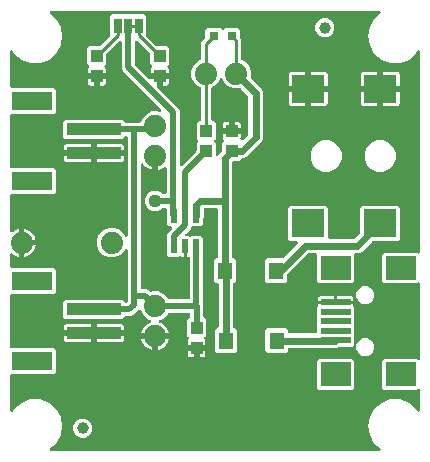
<source format=gbr>
G04 EAGLE Gerber RS-274X export*
G75*
%MOMM*%
%FSLAX34Y34*%
%LPD*%
%INTop Copper*%
%IPPOS*%
%AMOC8*
5,1,8,0,0,1.08239X$1,22.5*%
G01*
%ADD10R,0.550000X1.200000*%
%ADD11R,2.500000X0.500000*%
%ADD12R,2.500000X2.000000*%
%ADD13R,1.000000X1.100000*%
%ADD14R,0.800000X0.800000*%
%ADD15R,0.635000X1.270000*%
%ADD16C,1.879600*%
%ADD17C,1.000000*%
%ADD18R,2.800000X2.400000*%
%ADD19R,1.270000X1.470000*%
%ADD20R,4.600000X1.000000*%
%ADD21R,3.400000X1.600000*%
%ADD22C,1.016000*%
%ADD23C,0.508000*%
%ADD24C,0.254000*%
%ADD25C,0.406400*%
%ADD26C,0.609600*%
%ADD27C,1.108000*%

G36*
X304002Y4323D02*
X304002Y4323D01*
X304037Y4321D01*
X304159Y4343D01*
X304282Y4359D01*
X304315Y4372D01*
X304350Y4378D01*
X304463Y4430D01*
X304578Y4476D01*
X304606Y4496D01*
X304639Y4511D01*
X304735Y4590D01*
X304835Y4662D01*
X304858Y4690D01*
X304885Y4712D01*
X304959Y4812D01*
X305038Y4907D01*
X305053Y4939D01*
X305074Y4968D01*
X305121Y5083D01*
X305174Y5195D01*
X305180Y5230D01*
X305193Y5263D01*
X305210Y5386D01*
X305233Y5507D01*
X305231Y5543D01*
X305236Y5578D01*
X305221Y5701D01*
X305214Y5825D01*
X305203Y5859D01*
X305198Y5894D01*
X305154Y6009D01*
X305116Y6127D01*
X305097Y6157D01*
X305084Y6190D01*
X305012Y6291D01*
X304945Y6396D01*
X304920Y6420D01*
X304899Y6449D01*
X304782Y6560D01*
X299915Y10644D01*
X295929Y17549D01*
X294545Y25400D01*
X295929Y33251D01*
X299915Y40155D01*
X306022Y45280D01*
X313514Y48007D01*
X321486Y48007D01*
X328978Y45280D01*
X335085Y40156D01*
X336213Y38202D01*
X336301Y38086D01*
X336386Y37968D01*
X336397Y37959D01*
X336405Y37949D01*
X336519Y37858D01*
X336631Y37765D01*
X336644Y37759D01*
X336654Y37751D01*
X336788Y37691D01*
X336919Y37630D01*
X336932Y37627D01*
X336945Y37622D01*
X337089Y37597D01*
X337232Y37570D01*
X337245Y37571D01*
X337258Y37568D01*
X337404Y37581D01*
X337549Y37590D01*
X337562Y37594D01*
X337575Y37595D01*
X337713Y37643D01*
X337851Y37688D01*
X337863Y37695D01*
X337876Y37699D01*
X337997Y37780D01*
X338120Y37858D01*
X338129Y37868D01*
X338141Y37875D01*
X338238Y37983D01*
X338338Y38089D01*
X338345Y38101D01*
X338354Y38111D01*
X338421Y38240D01*
X338492Y38368D01*
X338495Y38381D01*
X338501Y38393D01*
X338535Y38535D01*
X338571Y38676D01*
X338572Y38694D01*
X338574Y38702D01*
X338574Y38720D01*
X338581Y38837D01*
X338581Y55905D01*
X338564Y56043D01*
X338551Y56182D01*
X338544Y56201D01*
X338541Y56221D01*
X338490Y56350D01*
X338443Y56481D01*
X338432Y56498D01*
X338424Y56517D01*
X338343Y56629D01*
X338265Y56744D01*
X338249Y56758D01*
X338238Y56774D01*
X338130Y56863D01*
X338026Y56955D01*
X338008Y56964D01*
X337993Y56977D01*
X337867Y57036D01*
X337743Y57099D01*
X337723Y57104D01*
X337705Y57112D01*
X337568Y57138D01*
X337433Y57169D01*
X337412Y57168D01*
X337393Y57172D01*
X337254Y57164D01*
X337115Y57159D01*
X337095Y57154D01*
X337075Y57152D01*
X336943Y57110D01*
X336809Y57071D01*
X336792Y57061D01*
X336773Y57054D01*
X336655Y56980D01*
X336535Y56909D01*
X336514Y56891D01*
X336504Y56884D01*
X336490Y56869D01*
X336415Y56803D01*
X335863Y56251D01*
X308337Y56251D01*
X306551Y58037D01*
X306551Y80563D01*
X308337Y82349D01*
X335863Y82349D01*
X336415Y81797D01*
X336524Y81712D01*
X336631Y81623D01*
X336650Y81615D01*
X336666Y81602D01*
X336794Y81547D01*
X336919Y81488D01*
X336939Y81484D01*
X336958Y81476D01*
X337096Y81454D01*
X337232Y81428D01*
X337252Y81429D01*
X337272Y81426D01*
X337411Y81439D01*
X337549Y81448D01*
X337568Y81454D01*
X337588Y81456D01*
X337720Y81503D01*
X337851Y81546D01*
X337869Y81556D01*
X337888Y81563D01*
X338003Y81641D01*
X338120Y81716D01*
X338134Y81731D01*
X338151Y81742D01*
X338243Y81846D01*
X338338Y81947D01*
X338348Y81965D01*
X338361Y81980D01*
X338424Y82104D01*
X338492Y82226D01*
X338497Y82245D01*
X338506Y82264D01*
X338536Y82399D01*
X338571Y82534D01*
X338573Y82562D01*
X338576Y82574D01*
X338575Y82594D01*
X338581Y82695D01*
X338581Y145905D01*
X338564Y146043D01*
X338551Y146182D01*
X338544Y146201D01*
X338541Y146221D01*
X338490Y146350D01*
X338443Y146481D01*
X338432Y146498D01*
X338424Y146517D01*
X338343Y146629D01*
X338265Y146744D01*
X338249Y146758D01*
X338238Y146774D01*
X338130Y146863D01*
X338026Y146955D01*
X338008Y146964D01*
X337993Y146977D01*
X337867Y147036D01*
X337743Y147099D01*
X337723Y147104D01*
X337705Y147112D01*
X337568Y147138D01*
X337433Y147169D01*
X337412Y147168D01*
X337393Y147172D01*
X337254Y147164D01*
X337115Y147159D01*
X337095Y147154D01*
X337075Y147152D01*
X336943Y147110D01*
X336809Y147071D01*
X336792Y147061D01*
X336773Y147054D01*
X336655Y146980D01*
X336535Y146909D01*
X336514Y146891D01*
X336504Y146884D01*
X336490Y146869D01*
X336415Y146803D01*
X335863Y146251D01*
X308337Y146251D01*
X306551Y148037D01*
X306551Y170563D01*
X308337Y172349D01*
X335863Y172349D01*
X336415Y171797D01*
X336524Y171712D01*
X336631Y171623D01*
X336650Y171615D01*
X336666Y171602D01*
X336794Y171547D01*
X336919Y171488D01*
X336939Y171484D01*
X336958Y171476D01*
X337096Y171454D01*
X337232Y171428D01*
X337252Y171429D01*
X337272Y171426D01*
X337411Y171439D01*
X337549Y171448D01*
X337568Y171454D01*
X337588Y171456D01*
X337720Y171503D01*
X337851Y171546D01*
X337869Y171556D01*
X337888Y171563D01*
X338003Y171641D01*
X338120Y171716D01*
X338134Y171731D01*
X338151Y171742D01*
X338243Y171846D01*
X338338Y171947D01*
X338348Y171965D01*
X338361Y171980D01*
X338424Y172104D01*
X338492Y172226D01*
X338497Y172245D01*
X338506Y172264D01*
X338536Y172399D01*
X338571Y172534D01*
X338573Y172562D01*
X338576Y172574D01*
X338575Y172594D01*
X338581Y172695D01*
X338581Y342163D01*
X338563Y342308D01*
X338548Y342453D01*
X338543Y342466D01*
X338541Y342479D01*
X338488Y342614D01*
X338437Y342751D01*
X338429Y342762D01*
X338424Y342775D01*
X338339Y342892D01*
X338256Y343012D01*
X338245Y343021D01*
X338238Y343032D01*
X338126Y343125D01*
X338015Y343220D01*
X338003Y343226D01*
X337993Y343235D01*
X337861Y343297D01*
X337730Y343362D01*
X337717Y343365D01*
X337705Y343370D01*
X337563Y343398D01*
X337419Y343428D01*
X337406Y343428D01*
X337393Y343430D01*
X337248Y343421D01*
X337102Y343415D01*
X337088Y343411D01*
X337075Y343410D01*
X336937Y343366D01*
X336797Y343324D01*
X336785Y343317D01*
X336773Y343312D01*
X336650Y343235D01*
X336525Y343159D01*
X336515Y343149D01*
X336504Y343142D01*
X336404Y343036D01*
X336302Y342932D01*
X336292Y342917D01*
X336286Y342911D01*
X336278Y342896D01*
X336213Y342798D01*
X335085Y340845D01*
X328978Y335720D01*
X321486Y332993D01*
X313514Y332993D01*
X306022Y335720D01*
X299915Y340844D01*
X295929Y347749D01*
X294545Y355600D01*
X295929Y363451D01*
X299915Y370355D01*
X304782Y374440D01*
X304806Y374466D01*
X304835Y374486D01*
X304914Y374582D01*
X304999Y374673D01*
X305015Y374704D01*
X305038Y374731D01*
X305091Y374844D01*
X305150Y374953D01*
X305158Y374987D01*
X305174Y375019D01*
X305197Y375141D01*
X305227Y375261D01*
X305227Y375297D01*
X305233Y375332D01*
X305226Y375455D01*
X305225Y375579D01*
X305216Y375614D01*
X305214Y375649D01*
X305175Y375767D01*
X305144Y375887D01*
X305126Y375918D01*
X305116Y375951D01*
X305049Y376056D01*
X304989Y376165D01*
X304964Y376190D01*
X304945Y376220D01*
X304855Y376305D01*
X304770Y376395D01*
X304740Y376414D01*
X304714Y376438D01*
X304605Y376498D01*
X304500Y376564D01*
X304466Y376575D01*
X304435Y376592D01*
X304315Y376623D01*
X304197Y376660D01*
X304162Y376662D01*
X304127Y376671D01*
X303967Y376681D01*
X26233Y376681D01*
X26198Y376677D01*
X26163Y376679D01*
X26041Y376657D01*
X25918Y376641D01*
X25885Y376628D01*
X25850Y376622D01*
X25737Y376570D01*
X25622Y376524D01*
X25594Y376504D01*
X25561Y376489D01*
X25465Y376410D01*
X25365Y376338D01*
X25342Y376310D01*
X25315Y376288D01*
X25241Y376188D01*
X25162Y376093D01*
X25147Y376061D01*
X25126Y376032D01*
X25079Y375917D01*
X25026Y375805D01*
X25020Y375770D01*
X25007Y375737D01*
X24990Y375614D01*
X24967Y375493D01*
X24969Y375457D01*
X24964Y375422D01*
X24979Y375299D01*
X24986Y375175D01*
X24997Y375141D01*
X25002Y375106D01*
X25046Y374991D01*
X25084Y374873D01*
X25103Y374843D01*
X25116Y374810D01*
X25188Y374709D01*
X25255Y374604D01*
X25280Y374580D01*
X25301Y374551D01*
X25418Y374440D01*
X30285Y370356D01*
X34271Y363451D01*
X35655Y355600D01*
X34271Y347749D01*
X30285Y340845D01*
X24178Y335720D01*
X16686Y332993D01*
X8714Y332993D01*
X1222Y335720D01*
X-4885Y340844D01*
X-6013Y342798D01*
X-6101Y342914D01*
X-6186Y343032D01*
X-6197Y343041D01*
X-6205Y343051D01*
X-6319Y343142D01*
X-6431Y343235D01*
X-6444Y343241D01*
X-6454Y343249D01*
X-6588Y343309D01*
X-6719Y343370D01*
X-6732Y343373D01*
X-6745Y343378D01*
X-6889Y343403D01*
X-7032Y343430D01*
X-7045Y343429D01*
X-7058Y343432D01*
X-7204Y343419D01*
X-7349Y343410D01*
X-7362Y343406D01*
X-7375Y343405D01*
X-7513Y343357D01*
X-7651Y343312D01*
X-7663Y343305D01*
X-7676Y343301D01*
X-7797Y343220D01*
X-7920Y343142D01*
X-7929Y343132D01*
X-7941Y343125D01*
X-8038Y343017D01*
X-8138Y342911D01*
X-8145Y342899D01*
X-8154Y342889D01*
X-8221Y342760D01*
X-8292Y342632D01*
X-8295Y342619D01*
X-8301Y342607D01*
X-8335Y342465D01*
X-8371Y342324D01*
X-8372Y342306D01*
X-8374Y342298D01*
X-8374Y342280D01*
X-8381Y342163D01*
X-8381Y313018D01*
X-8366Y312900D01*
X-8359Y312781D01*
X-8346Y312743D01*
X-8341Y312702D01*
X-8298Y312592D01*
X-8261Y312479D01*
X-8239Y312444D01*
X-8224Y312407D01*
X-8155Y312311D01*
X-8091Y312210D01*
X-8061Y312182D01*
X-8038Y312149D01*
X-7946Y312073D01*
X-7859Y311992D01*
X-7824Y311972D01*
X-7793Y311947D01*
X-7685Y311896D01*
X-7581Y311838D01*
X-7541Y311828D01*
X-7505Y311811D01*
X-7388Y311789D01*
X-7273Y311759D01*
X-7213Y311755D01*
X-7193Y311751D01*
X-7172Y311753D01*
X-7112Y311749D01*
X28663Y311749D01*
X30449Y309963D01*
X30449Y291437D01*
X28663Y289651D01*
X-7112Y289651D01*
X-7230Y289636D01*
X-7349Y289629D01*
X-7387Y289616D01*
X-7428Y289611D01*
X-7538Y289568D01*
X-7651Y289531D01*
X-7686Y289509D01*
X-7723Y289494D01*
X-7819Y289425D01*
X-7920Y289361D01*
X-7948Y289331D01*
X-7981Y289308D01*
X-8057Y289216D01*
X-8138Y289129D01*
X-8158Y289094D01*
X-8183Y289063D01*
X-8234Y288955D01*
X-8292Y288851D01*
X-8302Y288811D01*
X-8319Y288775D01*
X-8341Y288658D01*
X-8371Y288543D01*
X-8375Y288483D01*
X-8379Y288463D01*
X-8377Y288442D01*
X-8381Y288382D01*
X-8381Y245018D01*
X-8366Y244900D01*
X-8359Y244781D01*
X-8346Y244743D01*
X-8341Y244702D01*
X-8298Y244592D01*
X-8261Y244479D01*
X-8239Y244444D01*
X-8224Y244407D01*
X-8155Y244311D01*
X-8091Y244210D01*
X-8061Y244182D01*
X-8038Y244149D01*
X-7946Y244073D01*
X-7859Y243992D01*
X-7824Y243972D01*
X-7793Y243947D01*
X-7685Y243896D01*
X-7581Y243838D01*
X-7541Y243828D01*
X-7505Y243811D01*
X-7388Y243789D01*
X-7273Y243759D01*
X-7213Y243755D01*
X-7193Y243751D01*
X-7172Y243753D01*
X-7112Y243749D01*
X28663Y243749D01*
X30449Y241963D01*
X30449Y223437D01*
X28663Y221651D01*
X-7112Y221651D01*
X-7230Y221636D01*
X-7349Y221629D01*
X-7387Y221616D01*
X-7428Y221611D01*
X-7538Y221568D01*
X-7651Y221531D01*
X-7686Y221509D01*
X-7723Y221494D01*
X-7819Y221425D01*
X-7920Y221361D01*
X-7948Y221331D01*
X-7981Y221308D01*
X-8057Y221216D01*
X-8138Y221129D01*
X-8158Y221094D01*
X-8183Y221063D01*
X-8234Y220955D01*
X-8292Y220851D01*
X-8302Y220811D01*
X-8319Y220775D01*
X-8341Y220658D01*
X-8371Y220543D01*
X-8375Y220483D01*
X-8379Y220463D01*
X-8377Y220442D01*
X-8381Y220382D01*
X-8381Y190830D01*
X-8376Y190791D01*
X-8379Y190751D01*
X-8356Y190633D01*
X-8341Y190515D01*
X-8327Y190477D01*
X-8319Y190438D01*
X-8268Y190330D01*
X-8224Y190219D01*
X-8201Y190187D01*
X-8184Y190151D01*
X-8108Y190058D01*
X-8038Y189961D01*
X-8007Y189936D01*
X-7982Y189905D01*
X-7885Y189835D01*
X-7793Y189759D01*
X-7757Y189742D01*
X-7724Y189718D01*
X-7613Y189674D01*
X-7505Y189623D01*
X-7466Y189616D01*
X-7429Y189601D01*
X-7310Y189586D01*
X-7193Y189563D01*
X-7153Y189566D01*
X-7113Y189561D01*
X-6995Y189576D01*
X-6875Y189583D01*
X-6837Y189595D01*
X-6798Y189600D01*
X-6687Y189644D01*
X-6573Y189681D01*
X-6539Y189702D01*
X-6502Y189717D01*
X-6366Y189803D01*
X-4987Y190805D01*
X-3313Y191658D01*
X-1526Y192239D01*
X-979Y192325D01*
X-979Y181574D01*
X-964Y181456D01*
X-957Y181337D01*
X-945Y181299D01*
X-939Y181259D01*
X-896Y181148D01*
X-859Y181035D01*
X-837Y181001D01*
X-822Y180963D01*
X-753Y180867D01*
X-689Y180766D01*
X-659Y180738D01*
X-636Y180706D01*
X-544Y180630D01*
X-510Y180598D01*
X-518Y180593D01*
X-546Y180563D01*
X-579Y180539D01*
X-655Y180448D01*
X-736Y180361D01*
X-756Y180326D01*
X-781Y180294D01*
X-832Y180187D01*
X-890Y180082D01*
X-900Y180043D01*
X-917Y180007D01*
X-939Y179890D01*
X-969Y179774D01*
X-973Y179714D01*
X-977Y179694D01*
X-976Y179674D01*
X-979Y179614D01*
X-979Y168863D01*
X-1526Y168949D01*
X-3313Y169530D01*
X-4987Y170383D01*
X-6366Y171385D01*
X-6401Y171404D01*
X-6431Y171429D01*
X-6540Y171480D01*
X-6645Y171538D01*
X-6683Y171548D01*
X-6719Y171565D01*
X-6836Y171587D01*
X-6953Y171617D01*
X-6993Y171617D01*
X-7032Y171625D01*
X-7151Y171617D01*
X-7271Y171617D01*
X-7309Y171607D01*
X-7349Y171605D01*
X-7463Y171568D01*
X-7579Y171538D01*
X-7614Y171519D01*
X-7651Y171507D01*
X-7753Y171443D01*
X-7857Y171385D01*
X-7886Y171358D01*
X-7920Y171337D01*
X-8002Y171249D01*
X-8089Y171168D01*
X-8111Y171134D01*
X-8138Y171105D01*
X-8196Y171000D01*
X-8260Y170899D01*
X-8272Y170861D01*
X-8292Y170827D01*
X-8322Y170710D01*
X-8359Y170597D01*
X-8361Y170557D01*
X-8371Y170519D01*
X-8381Y170358D01*
X-8381Y160618D01*
X-8366Y160500D01*
X-8359Y160381D01*
X-8346Y160343D01*
X-8341Y160302D01*
X-8298Y160192D01*
X-8261Y160079D01*
X-8239Y160044D01*
X-8224Y160007D01*
X-8155Y159911D01*
X-8091Y159810D01*
X-8061Y159782D01*
X-8038Y159749D01*
X-7946Y159673D01*
X-7859Y159592D01*
X-7824Y159572D01*
X-7793Y159547D01*
X-7685Y159496D01*
X-7581Y159438D01*
X-7541Y159428D01*
X-7505Y159411D01*
X-7388Y159389D01*
X-7273Y159359D01*
X-7213Y159355D01*
X-7193Y159351D01*
X-7172Y159353D01*
X-7112Y159349D01*
X28663Y159349D01*
X30449Y157563D01*
X30449Y139037D01*
X28663Y137251D01*
X-7112Y137251D01*
X-7230Y137236D01*
X-7349Y137229D01*
X-7387Y137216D01*
X-7428Y137211D01*
X-7538Y137168D01*
X-7651Y137131D01*
X-7686Y137109D01*
X-7723Y137094D01*
X-7819Y137025D01*
X-7920Y136961D01*
X-7948Y136931D01*
X-7981Y136908D01*
X-8057Y136816D01*
X-8138Y136729D01*
X-8158Y136694D01*
X-8183Y136663D01*
X-8234Y136555D01*
X-8292Y136451D01*
X-8302Y136411D01*
X-8319Y136375D01*
X-8341Y136258D01*
X-8371Y136143D01*
X-8375Y136083D01*
X-8379Y136063D01*
X-8377Y136042D01*
X-8381Y135982D01*
X-8381Y92618D01*
X-8366Y92500D01*
X-8359Y92381D01*
X-8346Y92343D01*
X-8341Y92302D01*
X-8298Y92192D01*
X-8261Y92079D01*
X-8239Y92044D01*
X-8224Y92007D01*
X-8155Y91911D01*
X-8091Y91810D01*
X-8061Y91782D01*
X-8038Y91749D01*
X-7946Y91673D01*
X-7859Y91592D01*
X-7824Y91572D01*
X-7793Y91547D01*
X-7685Y91496D01*
X-7581Y91438D01*
X-7541Y91428D01*
X-7505Y91411D01*
X-7388Y91389D01*
X-7273Y91359D01*
X-7213Y91355D01*
X-7193Y91351D01*
X-7172Y91353D01*
X-7112Y91349D01*
X28663Y91349D01*
X30449Y89563D01*
X30449Y71037D01*
X28663Y69251D01*
X-7112Y69251D01*
X-7230Y69236D01*
X-7349Y69229D01*
X-7387Y69216D01*
X-7428Y69211D01*
X-7538Y69168D01*
X-7651Y69131D01*
X-7686Y69109D01*
X-7723Y69094D01*
X-7819Y69025D01*
X-7920Y68961D01*
X-7948Y68931D01*
X-7981Y68908D01*
X-8057Y68816D01*
X-8138Y68729D01*
X-8158Y68694D01*
X-8183Y68663D01*
X-8234Y68555D01*
X-8292Y68451D01*
X-8302Y68411D01*
X-8319Y68375D01*
X-8341Y68258D01*
X-8371Y68143D01*
X-8375Y68083D01*
X-8379Y68063D01*
X-8377Y68042D01*
X-8381Y67982D01*
X-8381Y38837D01*
X-8363Y38692D01*
X-8348Y38547D01*
X-8343Y38534D01*
X-8341Y38521D01*
X-8288Y38386D01*
X-8237Y38249D01*
X-8229Y38238D01*
X-8224Y38225D01*
X-8139Y38108D01*
X-8056Y37988D01*
X-8045Y37979D01*
X-8038Y37968D01*
X-7925Y37875D01*
X-7815Y37780D01*
X-7803Y37774D01*
X-7793Y37765D01*
X-7661Y37703D01*
X-7530Y37638D01*
X-7517Y37635D01*
X-7505Y37630D01*
X-7363Y37602D01*
X-7219Y37572D01*
X-7206Y37572D01*
X-7193Y37570D01*
X-7048Y37579D01*
X-6902Y37585D01*
X-6888Y37589D01*
X-6875Y37590D01*
X-6737Y37634D01*
X-6597Y37676D01*
X-6585Y37683D01*
X-6573Y37688D01*
X-6450Y37765D01*
X-6325Y37841D01*
X-6315Y37851D01*
X-6304Y37858D01*
X-6204Y37964D01*
X-6102Y38068D01*
X-6092Y38083D01*
X-6086Y38089D01*
X-6078Y38104D01*
X-6013Y38202D01*
X-4885Y40155D01*
X1222Y45280D01*
X8714Y48007D01*
X16686Y48007D01*
X24178Y45280D01*
X30285Y40156D01*
X34271Y33251D01*
X35655Y25400D01*
X34271Y17549D01*
X30285Y10645D01*
X25418Y6560D01*
X25394Y6534D01*
X25365Y6514D01*
X25286Y6418D01*
X25201Y6327D01*
X25185Y6296D01*
X25162Y6269D01*
X25109Y6156D01*
X25050Y6047D01*
X25042Y6013D01*
X25026Y5981D01*
X25003Y5859D01*
X24973Y5739D01*
X24973Y5703D01*
X24967Y5668D01*
X24974Y5545D01*
X24975Y5421D01*
X24984Y5386D01*
X24986Y5351D01*
X25025Y5233D01*
X25056Y5113D01*
X25074Y5082D01*
X25084Y5049D01*
X25151Y4944D01*
X25211Y4835D01*
X25236Y4810D01*
X25255Y4780D01*
X25345Y4695D01*
X25430Y4605D01*
X25460Y4586D01*
X25486Y4562D01*
X25595Y4502D01*
X25700Y4436D01*
X25734Y4425D01*
X25765Y4408D01*
X25885Y4377D01*
X26003Y4340D01*
X26038Y4338D01*
X26073Y4329D01*
X26233Y4319D01*
X303967Y4319D01*
X304002Y4323D01*
G37*
%LPC*%
G36*
X166467Y87391D02*
X166467Y87391D01*
X164681Y89177D01*
X164681Y106403D01*
X166467Y108189D01*
X166714Y108189D01*
X166832Y108204D01*
X166951Y108211D01*
X166989Y108224D01*
X167030Y108229D01*
X167140Y108272D01*
X167253Y108309D01*
X167288Y108331D01*
X167325Y108346D01*
X167421Y108415D01*
X167522Y108479D01*
X167550Y108509D01*
X167583Y108532D01*
X167659Y108624D01*
X167740Y108711D01*
X167760Y108746D01*
X167785Y108777D01*
X167836Y108885D01*
X167894Y108989D01*
X167904Y109029D01*
X167921Y109065D01*
X167943Y109182D01*
X167973Y109297D01*
X167977Y109357D01*
X167981Y109377D01*
X167979Y109398D01*
X167983Y109458D01*
X167983Y145304D01*
X167968Y145422D01*
X167961Y145541D01*
X167948Y145579D01*
X167943Y145620D01*
X167900Y145730D01*
X167863Y145843D01*
X167841Y145878D01*
X167826Y145915D01*
X167757Y146011D01*
X167693Y146112D01*
X167663Y146140D01*
X167640Y146173D01*
X167548Y146249D01*
X167461Y146330D01*
X167426Y146350D01*
X167395Y146375D01*
X167287Y146426D01*
X167183Y146484D01*
X167143Y146494D01*
X167107Y146511D01*
X166990Y146533D01*
X166875Y146563D01*
X166815Y146567D01*
X166795Y146571D01*
X166774Y146569D01*
X166714Y146573D01*
X165959Y146573D01*
X164173Y148359D01*
X164173Y165585D01*
X165959Y167371D01*
X166206Y167371D01*
X166324Y167386D01*
X166443Y167393D01*
X166481Y167406D01*
X166522Y167411D01*
X166632Y167454D01*
X166745Y167491D01*
X166780Y167513D01*
X166817Y167528D01*
X166913Y167597D01*
X167014Y167661D01*
X167042Y167691D01*
X167075Y167714D01*
X167151Y167806D01*
X167232Y167893D01*
X167252Y167928D01*
X167277Y167959D01*
X167328Y168067D01*
X167386Y168171D01*
X167396Y168211D01*
X167413Y168247D01*
X167435Y168364D01*
X167465Y168479D01*
X167469Y168539D01*
X167473Y168559D01*
X167471Y168580D01*
X167475Y168640D01*
X167475Y208534D01*
X167460Y208652D01*
X167453Y208771D01*
X167440Y208809D01*
X167435Y208850D01*
X167392Y208960D01*
X167355Y209073D01*
X167333Y209108D01*
X167318Y209145D01*
X167249Y209241D01*
X167185Y209342D01*
X167155Y209370D01*
X167132Y209403D01*
X167040Y209479D01*
X166953Y209560D01*
X166918Y209580D01*
X166887Y209605D01*
X166779Y209656D01*
X166675Y209714D01*
X166635Y209724D01*
X166599Y209741D01*
X166482Y209763D01*
X166367Y209793D01*
X166307Y209797D01*
X166287Y209801D01*
X166266Y209799D01*
X166206Y209803D01*
X156566Y209803D01*
X156448Y209788D01*
X156329Y209781D01*
X156291Y209768D01*
X156250Y209763D01*
X156140Y209720D01*
X156027Y209683D01*
X155992Y209661D01*
X155955Y209646D01*
X155859Y209577D01*
X155758Y209513D01*
X155730Y209483D01*
X155697Y209460D01*
X155621Y209368D01*
X155540Y209281D01*
X155520Y209246D01*
X155495Y209215D01*
X155444Y209107D01*
X155386Y209003D01*
X155376Y208963D01*
X155359Y208927D01*
X155337Y208810D01*
X155307Y208695D01*
X155303Y208635D01*
X155299Y208615D01*
X155301Y208594D01*
X155297Y208534D01*
X155297Y202288D01*
X155095Y201802D01*
X155093Y201793D01*
X155088Y201785D01*
X155051Y201640D01*
X155011Y201495D01*
X155011Y201486D01*
X155009Y201477D01*
X154999Y201316D01*
X154999Y196238D01*
X153213Y194452D01*
X146130Y194452D01*
X146101Y194449D01*
X146071Y194451D01*
X145943Y194429D01*
X145815Y194412D01*
X145787Y194402D01*
X145758Y194397D01*
X145640Y194343D01*
X145519Y194295D01*
X145495Y194278D01*
X145468Y194266D01*
X145367Y194185D01*
X145262Y194109D01*
X145243Y194086D01*
X145220Y194067D01*
X145142Y193964D01*
X145059Y193864D01*
X145046Y193837D01*
X145028Y193813D01*
X144958Y193669D01*
X144438Y192414D01*
X140230Y188206D01*
X140145Y188096D01*
X140056Y187989D01*
X140048Y187971D01*
X140035Y187955D01*
X139980Y187827D01*
X139921Y187702D01*
X139917Y187682D01*
X139909Y187663D01*
X139887Y187526D01*
X139861Y187389D01*
X139862Y187369D01*
X139859Y187349D01*
X139872Y187210D01*
X139881Y187072D01*
X139887Y187053D01*
X139889Y187033D01*
X139936Y186902D01*
X139979Y186769D01*
X139990Y186752D01*
X139996Y186733D01*
X140075Y186618D01*
X140149Y186501D01*
X140164Y186487D01*
X140175Y186470D01*
X140279Y186378D01*
X140380Y186283D01*
X140398Y186273D01*
X140413Y186260D01*
X140537Y186197D01*
X140659Y186129D01*
X140679Y186124D01*
X140697Y186115D01*
X140832Y186085D01*
X140967Y186050D01*
X140995Y186048D01*
X141007Y186045D01*
X141027Y186046D01*
X141128Y186040D01*
X142784Y186040D01*
X143571Y185829D01*
X143676Y185815D01*
X143779Y185791D01*
X143833Y185793D01*
X143886Y185786D01*
X143991Y185798D01*
X144097Y185801D01*
X144148Y185816D01*
X144202Y185822D01*
X144301Y185860D01*
X144402Y185890D01*
X144449Y185917D01*
X144499Y185936D01*
X144585Y185997D01*
X144676Y186051D01*
X144740Y186108D01*
X144758Y186120D01*
X144768Y186132D01*
X144797Y186158D01*
X145187Y186548D01*
X153213Y186548D01*
X154999Y184762D01*
X154999Y170189D01*
X154966Y170147D01*
X154926Y170056D01*
X154878Y169969D01*
X154863Y169911D01*
X154839Y169855D01*
X154824Y169757D01*
X154799Y169661D01*
X154793Y169561D01*
X154789Y169541D01*
X154791Y169529D01*
X154789Y169500D01*
X154789Y128579D01*
X154790Y128570D01*
X154789Y128561D01*
X154810Y128412D01*
X154829Y128264D01*
X154832Y128255D01*
X154833Y128246D01*
X154885Y128093D01*
X154941Y127960D01*
X154941Y118579D01*
X154953Y118480D01*
X154956Y118381D01*
X154973Y118323D01*
X154981Y118263D01*
X155017Y118171D01*
X155045Y118076D01*
X155075Y118024D01*
X155098Y117967D01*
X155156Y117887D01*
X155206Y117802D01*
X155272Y117727D01*
X155284Y117710D01*
X155294Y117702D01*
X155312Y117681D01*
X157401Y115593D01*
X157401Y102067D01*
X156202Y100868D01*
X156129Y100774D01*
X156050Y100685D01*
X156032Y100649D01*
X156007Y100617D01*
X155960Y100508D01*
X155905Y100402D01*
X155897Y100362D01*
X155881Y100325D01*
X155862Y100207D01*
X155836Y100091D01*
X155837Y100051D01*
X155831Y100011D01*
X155842Y99892D01*
X155845Y99774D01*
X155857Y99735D01*
X155861Y99694D01*
X155901Y99582D01*
X155934Y99468D01*
X155954Y99433D01*
X155968Y99395D01*
X156035Y99297D01*
X156095Y99194D01*
X156135Y99149D01*
X156147Y99132D01*
X156162Y99119D01*
X156202Y99073D01*
X156385Y98890D01*
X156720Y98311D01*
X156893Y97664D01*
X156893Y94329D01*
X150582Y94329D01*
X150464Y94314D01*
X150345Y94307D01*
X150307Y94294D01*
X150267Y94289D01*
X150156Y94246D01*
X150043Y94209D01*
X150009Y94187D01*
X149971Y94172D01*
X149875Y94103D01*
X149774Y94039D01*
X149746Y94009D01*
X149714Y93986D01*
X149638Y93894D01*
X149556Y93807D01*
X149537Y93772D01*
X149511Y93741D01*
X149460Y93633D01*
X149403Y93529D01*
X149393Y93489D01*
X149375Y93453D01*
X149355Y93346D01*
X149351Y93376D01*
X149307Y93486D01*
X149271Y93599D01*
X149249Y93634D01*
X149234Y93671D01*
X149164Y93767D01*
X149101Y93868D01*
X149071Y93896D01*
X149047Y93929D01*
X148956Y94005D01*
X148869Y94086D01*
X148834Y94106D01*
X148802Y94131D01*
X148695Y94182D01*
X148590Y94240D01*
X148551Y94250D01*
X148515Y94267D01*
X148398Y94289D01*
X148282Y94319D01*
X148222Y94323D01*
X148202Y94327D01*
X148182Y94325D01*
X148122Y94329D01*
X141811Y94329D01*
X141811Y97664D01*
X141984Y98311D01*
X142319Y98890D01*
X142502Y99073D01*
X142575Y99167D01*
X142654Y99257D01*
X142672Y99293D01*
X142697Y99325D01*
X142744Y99434D01*
X142799Y99540D01*
X142807Y99579D01*
X142823Y99616D01*
X142842Y99734D01*
X142868Y99850D01*
X142867Y99891D01*
X142873Y99931D01*
X142862Y100049D01*
X142859Y100168D01*
X142847Y100207D01*
X142843Y100247D01*
X142803Y100359D01*
X142770Y100474D01*
X142750Y100508D01*
X142736Y100546D01*
X142669Y100645D01*
X142609Y100747D01*
X142569Y100793D01*
X142557Y100810D01*
X142542Y100823D01*
X142502Y100868D01*
X141303Y102067D01*
X141303Y115593D01*
X143392Y117681D01*
X143452Y117759D01*
X143520Y117831D01*
X143549Y117884D01*
X143586Y117932D01*
X143626Y118023D01*
X143674Y118110D01*
X143689Y118169D01*
X143713Y118224D01*
X143728Y118322D01*
X143753Y118418D01*
X143759Y118518D01*
X143763Y118538D01*
X143761Y118551D01*
X143763Y118579D01*
X143763Y120142D01*
X143748Y120260D01*
X143741Y120379D01*
X143728Y120417D01*
X143723Y120458D01*
X143680Y120568D01*
X143643Y120681D01*
X143621Y120716D01*
X143606Y120753D01*
X143537Y120849D01*
X143473Y120950D01*
X143443Y120978D01*
X143420Y121011D01*
X143328Y121087D01*
X143241Y121168D01*
X143206Y121188D01*
X143175Y121213D01*
X143067Y121264D01*
X142963Y121322D01*
X142923Y121332D01*
X142887Y121349D01*
X142770Y121371D01*
X142655Y121401D01*
X142595Y121405D01*
X142575Y121409D01*
X142554Y121407D01*
X142494Y121411D01*
X126305Y121411D01*
X126276Y121408D01*
X126247Y121410D01*
X126119Y121388D01*
X125990Y121371D01*
X125962Y121361D01*
X125933Y121356D01*
X125815Y121302D01*
X125694Y121254D01*
X125670Y121237D01*
X125643Y121225D01*
X125542Y121144D01*
X125437Y121068D01*
X125418Y121045D01*
X125395Y121026D01*
X125317Y120923D01*
X125234Y120823D01*
X125221Y120796D01*
X125204Y120772D01*
X125133Y120628D01*
X124852Y119950D01*
X121350Y116448D01*
X118325Y115195D01*
X118299Y115180D01*
X118270Y115171D01*
X118161Y115101D01*
X118048Y115037D01*
X118027Y115016D01*
X118002Y115000D01*
X117913Y114906D01*
X117820Y114816D01*
X117804Y114790D01*
X117784Y114769D01*
X117721Y114655D01*
X117654Y114545D01*
X117645Y114516D01*
X117631Y114490D01*
X117598Y114365D01*
X117560Y114241D01*
X117559Y114211D01*
X117551Y114182D01*
X117551Y114052D01*
X117545Y113923D01*
X117551Y113894D01*
X117551Y113864D01*
X117583Y113739D01*
X117609Y113612D01*
X117622Y113585D01*
X117630Y113556D01*
X117692Y113443D01*
X117749Y113326D01*
X117768Y113303D01*
X117783Y113277D01*
X117871Y113183D01*
X117955Y113084D01*
X117980Y113067D01*
X118000Y113045D01*
X118109Y112976D01*
X118215Y112901D01*
X118243Y112890D01*
X118269Y112874D01*
X118418Y112815D01*
X118883Y112664D01*
X120557Y111811D01*
X122078Y110706D01*
X123406Y109378D01*
X124511Y107857D01*
X125364Y106183D01*
X125945Y104396D01*
X125985Y104139D01*
X115570Y104139D01*
X115452Y104124D01*
X115333Y104117D01*
X115295Y104104D01*
X115255Y104099D01*
X115144Y104056D01*
X115031Y104019D01*
X114997Y103997D01*
X114959Y103982D01*
X114863Y103912D01*
X114762Y103849D01*
X114734Y103819D01*
X114702Y103795D01*
X114626Y103704D01*
X114544Y103617D01*
X114525Y103582D01*
X114499Y103551D01*
X114448Y103443D01*
X114391Y103339D01*
X114380Y103299D01*
X114363Y103263D01*
X114341Y103146D01*
X114311Y103031D01*
X114307Y102970D01*
X114303Y102950D01*
X114305Y102930D01*
X114301Y102870D01*
X114301Y101599D01*
X114299Y101599D01*
X114299Y102870D01*
X114284Y102988D01*
X114277Y103107D01*
X114264Y103145D01*
X114259Y103185D01*
X114215Y103296D01*
X114179Y103409D01*
X114157Y103444D01*
X114142Y103481D01*
X114072Y103577D01*
X114009Y103678D01*
X113979Y103706D01*
X113955Y103739D01*
X113864Y103814D01*
X113777Y103896D01*
X113742Y103916D01*
X113710Y103941D01*
X113603Y103992D01*
X113498Y104050D01*
X113459Y104060D01*
X113423Y104077D01*
X113306Y104099D01*
X113191Y104129D01*
X113130Y104133D01*
X113110Y104137D01*
X113090Y104135D01*
X113030Y104139D01*
X102615Y104139D01*
X102655Y104396D01*
X103236Y106183D01*
X104089Y107857D01*
X105194Y109378D01*
X106522Y110706D01*
X108043Y111811D01*
X109717Y112664D01*
X110182Y112815D01*
X110209Y112828D01*
X110238Y112835D01*
X110352Y112895D01*
X110470Y112950D01*
X110493Y112969D01*
X110519Y112983D01*
X110615Y113070D01*
X110715Y113153D01*
X110732Y113177D01*
X110754Y113197D01*
X110826Y113306D01*
X110902Y113410D01*
X110913Y113438D01*
X110929Y113463D01*
X110971Y113586D01*
X111019Y113706D01*
X111023Y113736D01*
X111032Y113764D01*
X111043Y113893D01*
X111059Y114021D01*
X111055Y114051D01*
X111058Y114081D01*
X111035Y114209D01*
X111019Y114337D01*
X111008Y114365D01*
X111003Y114394D01*
X110950Y114512D01*
X110902Y114633D01*
X110885Y114657D01*
X110873Y114684D01*
X110792Y114785D01*
X110716Y114890D01*
X110693Y114909D01*
X110674Y114933D01*
X110570Y115011D01*
X110471Y115093D01*
X110444Y115106D01*
X110420Y115124D01*
X110275Y115195D01*
X107250Y116448D01*
X103748Y119950D01*
X102236Y123600D01*
X102211Y123644D01*
X102194Y123690D01*
X102133Y123781D01*
X102078Y123877D01*
X102044Y123912D01*
X102016Y123953D01*
X101934Y124026D01*
X101857Y124105D01*
X101815Y124131D01*
X101777Y124164D01*
X101680Y124214D01*
X101586Y124271D01*
X101538Y124286D01*
X101494Y124309D01*
X101387Y124333D01*
X101282Y124365D01*
X101232Y124367D01*
X101184Y124378D01*
X101074Y124375D01*
X100964Y124380D01*
X100916Y124370D01*
X100866Y124369D01*
X100760Y124338D01*
X100653Y124316D01*
X100608Y124294D01*
X100561Y124280D01*
X100466Y124224D01*
X100367Y124176D01*
X100329Y124144D01*
X100287Y124119D01*
X100166Y124012D01*
X99507Y123354D01*
X95716Y119562D01*
X93662Y118711D01*
X89649Y118711D01*
X89550Y118699D01*
X89451Y118696D01*
X89393Y118679D01*
X89333Y118671D01*
X89241Y118635D01*
X89146Y118607D01*
X89094Y118577D01*
X89037Y118554D01*
X88957Y118496D01*
X88872Y118446D01*
X88797Y118380D01*
X88780Y118368D01*
X88772Y118358D01*
X88751Y118340D01*
X86663Y116251D01*
X38137Y116251D01*
X36351Y118037D01*
X36351Y130563D01*
X38137Y132349D01*
X86663Y132349D01*
X88751Y130260D01*
X88829Y130200D01*
X88901Y130132D01*
X88954Y130103D01*
X89002Y130066D01*
X89093Y130026D01*
X89180Y129978D01*
X89239Y129963D01*
X89294Y129939D01*
X89392Y129924D01*
X89488Y129899D01*
X89568Y129894D01*
X89582Y129891D01*
X89592Y129892D01*
X89608Y129889D01*
X89621Y129891D01*
X89649Y129889D01*
X89662Y129889D01*
X89780Y129904D01*
X89899Y129911D01*
X89924Y129919D01*
X89925Y129919D01*
X89933Y129922D01*
X89937Y129924D01*
X89978Y129929D01*
X90088Y129972D01*
X90201Y130009D01*
X90236Y130031D01*
X90273Y130046D01*
X90369Y130115D01*
X90470Y130179D01*
X90498Y130209D01*
X90531Y130232D01*
X90607Y130324D01*
X90688Y130411D01*
X90708Y130446D01*
X90733Y130477D01*
X90784Y130585D01*
X90842Y130689D01*
X90852Y130729D01*
X90869Y130765D01*
X90891Y130882D01*
X90921Y130997D01*
X90925Y131057D01*
X90929Y131077D01*
X90927Y131098D01*
X90931Y131158D01*
X90931Y174187D01*
X90923Y174256D01*
X90924Y174326D01*
X90903Y174413D01*
X90891Y174502D01*
X90866Y174567D01*
X90849Y174635D01*
X90807Y174714D01*
X90774Y174798D01*
X90733Y174854D01*
X90701Y174916D01*
X90640Y174982D01*
X90588Y175055D01*
X90534Y175100D01*
X90487Y175151D01*
X90412Y175201D01*
X90343Y175258D01*
X90279Y175288D01*
X90221Y175326D01*
X90136Y175355D01*
X90055Y175393D01*
X89986Y175407D01*
X89920Y175429D01*
X89831Y175436D01*
X89743Y175453D01*
X89673Y175449D01*
X89603Y175454D01*
X89515Y175439D01*
X89425Y175434D01*
X89359Y175412D01*
X89290Y175400D01*
X89208Y175363D01*
X89123Y175335D01*
X89064Y175298D01*
X89000Y175269D01*
X88930Y175213D01*
X88854Y175165D01*
X88806Y175115D01*
X88752Y175071D01*
X88697Y174999D01*
X88636Y174934D01*
X88602Y174873D01*
X88560Y174817D01*
X88489Y174672D01*
X88022Y173543D01*
X84520Y170042D01*
X79946Y168147D01*
X74994Y168147D01*
X70420Y170042D01*
X66918Y173544D01*
X65023Y178118D01*
X65023Y183070D01*
X66918Y187644D01*
X70420Y191146D01*
X74994Y193041D01*
X79946Y193041D01*
X84520Y191146D01*
X88022Y187645D01*
X88489Y186516D01*
X88524Y186455D01*
X88550Y186390D01*
X88602Y186318D01*
X88647Y186239D01*
X88695Y186189D01*
X88736Y186133D01*
X88806Y186076D01*
X88868Y186011D01*
X88928Y185975D01*
X88981Y185930D01*
X89063Y185892D01*
X89139Y185845D01*
X89206Y185824D01*
X89269Y185795D01*
X89357Y185778D01*
X89443Y185751D01*
X89513Y185748D01*
X89582Y185735D01*
X89671Y185740D01*
X89761Y185736D01*
X89829Y185750D01*
X89899Y185754D01*
X89984Y185782D01*
X90072Y185800D01*
X90135Y185831D01*
X90201Y185853D01*
X90277Y185901D01*
X90358Y185940D01*
X90411Y185985D01*
X90470Y186023D01*
X90532Y186088D01*
X90600Y186146D01*
X90640Y186203D01*
X90688Y186254D01*
X90731Y186333D01*
X90783Y186406D01*
X90808Y186472D01*
X90842Y186533D01*
X90864Y186620D01*
X90896Y186704D01*
X90904Y186773D01*
X90921Y186841D01*
X90931Y187001D01*
X90931Y269842D01*
X90916Y269960D01*
X90909Y270079D01*
X90896Y270117D01*
X90891Y270158D01*
X90848Y270268D01*
X90811Y270381D01*
X90789Y270416D01*
X90774Y270453D01*
X90705Y270549D01*
X90641Y270650D01*
X90611Y270678D01*
X90588Y270711D01*
X90496Y270787D01*
X90409Y270868D01*
X90374Y270888D01*
X90343Y270913D01*
X90235Y270964D01*
X90131Y271022D01*
X90091Y271032D01*
X90055Y271049D01*
X89938Y271071D01*
X89823Y271101D01*
X89776Y271104D01*
X89769Y271106D01*
X89761Y271105D01*
X89743Y271109D01*
X89722Y271107D01*
X89662Y271111D01*
X89649Y271111D01*
X89550Y271099D01*
X89451Y271096D01*
X89428Y271089D01*
X89425Y271089D01*
X89405Y271083D01*
X89393Y271079D01*
X89333Y271071D01*
X89241Y271035D01*
X89146Y271007D01*
X89094Y270977D01*
X89037Y270954D01*
X88957Y270896D01*
X88872Y270846D01*
X88797Y270780D01*
X88780Y270768D01*
X88772Y270758D01*
X88751Y270740D01*
X86663Y268651D01*
X38137Y268651D01*
X36351Y270437D01*
X36351Y282963D01*
X38137Y284749D01*
X86663Y284749D01*
X88751Y282660D01*
X88829Y282600D01*
X88901Y282532D01*
X88954Y282503D01*
X89002Y282466D01*
X89093Y282426D01*
X89180Y282378D01*
X89239Y282363D01*
X89294Y282339D01*
X89392Y282324D01*
X89488Y282299D01*
X89588Y282293D01*
X89608Y282289D01*
X89621Y282291D01*
X89649Y282289D01*
X101176Y282289D01*
X101205Y282292D01*
X101235Y282290D01*
X101363Y282312D01*
X101492Y282329D01*
X101519Y282339D01*
X101548Y282344D01*
X101667Y282398D01*
X101787Y282446D01*
X101811Y282463D01*
X101838Y282475D01*
X101940Y282556D01*
X102045Y282632D01*
X102064Y282655D01*
X102087Y282674D01*
X102165Y282777D01*
X102248Y282877D01*
X102260Y282904D01*
X102278Y282928D01*
X102349Y283072D01*
X103748Y286450D01*
X107250Y289952D01*
X111824Y291847D01*
X116776Y291847D01*
X117876Y291391D01*
X117943Y291373D01*
X118007Y291345D01*
X118096Y291331D01*
X118183Y291307D01*
X118252Y291306D01*
X118321Y291295D01*
X118411Y291303D01*
X118501Y291302D01*
X118569Y291318D01*
X118638Y291325D01*
X118723Y291355D01*
X118810Y291376D01*
X118872Y291409D01*
X118937Y291432D01*
X119012Y291483D01*
X119091Y291525D01*
X119143Y291572D01*
X119200Y291611D01*
X119260Y291678D01*
X119326Y291739D01*
X119365Y291797D01*
X119411Y291849D01*
X119452Y291929D01*
X119501Y292005D01*
X119524Y292071D01*
X119556Y292133D01*
X119575Y292220D01*
X119604Y292305D01*
X119610Y292375D01*
X119625Y292443D01*
X119622Y292533D01*
X119630Y292622D01*
X119618Y292691D01*
X119616Y292761D01*
X119591Y292847D01*
X119575Y292936D01*
X119547Y292999D01*
X119527Y293066D01*
X119482Y293144D01*
X119445Y293226D01*
X119401Y293280D01*
X119366Y293340D01*
X119259Y293461D01*
X86702Y326018D01*
X85851Y328072D01*
X85851Y350609D01*
X85834Y350747D01*
X85821Y350886D01*
X85814Y350905D01*
X85811Y350925D01*
X85760Y351054D01*
X85713Y351185D01*
X85702Y351202D01*
X85694Y351221D01*
X85613Y351333D01*
X85535Y351448D01*
X85519Y351462D01*
X85508Y351478D01*
X85400Y351567D01*
X85296Y351659D01*
X85278Y351668D01*
X85263Y351681D01*
X85137Y351740D01*
X85013Y351803D01*
X84993Y351808D01*
X84975Y351816D01*
X84839Y351842D01*
X84703Y351873D01*
X84682Y351872D01*
X84663Y351876D01*
X84524Y351867D01*
X84385Y351863D01*
X84365Y351858D01*
X84345Y351856D01*
X84213Y351814D01*
X84079Y351775D01*
X84062Y351765D01*
X84043Y351758D01*
X83925Y351684D01*
X83805Y351613D01*
X83784Y351595D01*
X83774Y351588D01*
X83760Y351573D01*
X83685Y351507D01*
X73190Y341013D01*
X73130Y340935D01*
X73062Y340862D01*
X73033Y340809D01*
X72996Y340762D01*
X72956Y340671D01*
X72908Y340584D01*
X72893Y340525D01*
X72869Y340470D01*
X72854Y340372D01*
X72829Y340276D01*
X72823Y340176D01*
X72819Y340156D01*
X72821Y340143D01*
X72819Y340115D01*
X72819Y331937D01*
X71620Y330738D01*
X71547Y330644D01*
X71468Y330555D01*
X71450Y330519D01*
X71425Y330487D01*
X71378Y330378D01*
X71323Y330272D01*
X71315Y330232D01*
X71299Y330195D01*
X71280Y330077D01*
X71254Y329961D01*
X71255Y329921D01*
X71249Y329881D01*
X71260Y329762D01*
X71264Y329643D01*
X71275Y329605D01*
X71279Y329564D01*
X71319Y329452D01*
X71352Y329338D01*
X71372Y329303D01*
X71386Y329265D01*
X71453Y329167D01*
X71513Y329064D01*
X71553Y329019D01*
X71565Y329002D01*
X71580Y328988D01*
X71620Y328943D01*
X71803Y328760D01*
X72138Y328181D01*
X72311Y327534D01*
X72311Y324199D01*
X66000Y324199D01*
X65882Y324184D01*
X65763Y324177D01*
X65725Y324164D01*
X65685Y324159D01*
X65574Y324116D01*
X65461Y324079D01*
X65427Y324057D01*
X65389Y324042D01*
X65293Y323973D01*
X65192Y323909D01*
X65164Y323879D01*
X65132Y323856D01*
X65056Y323764D01*
X64974Y323677D01*
X64955Y323642D01*
X64929Y323611D01*
X64878Y323503D01*
X64821Y323399D01*
X64811Y323359D01*
X64793Y323323D01*
X64773Y323216D01*
X64769Y323246D01*
X64725Y323356D01*
X64689Y323469D01*
X64667Y323504D01*
X64652Y323541D01*
X64582Y323637D01*
X64519Y323738D01*
X64489Y323766D01*
X64465Y323799D01*
X64374Y323875D01*
X64287Y323956D01*
X64252Y323976D01*
X64220Y324001D01*
X64113Y324052D01*
X64008Y324110D01*
X63969Y324120D01*
X63933Y324137D01*
X63816Y324159D01*
X63700Y324189D01*
X63640Y324193D01*
X63620Y324197D01*
X63600Y324195D01*
X63540Y324199D01*
X57229Y324199D01*
X57229Y327534D01*
X57402Y328181D01*
X57737Y328760D01*
X57920Y328943D01*
X57993Y329037D01*
X58072Y329127D01*
X58090Y329163D01*
X58115Y329194D01*
X58162Y329304D01*
X58217Y329410D01*
X58225Y329449D01*
X58241Y329486D01*
X58260Y329604D01*
X58286Y329720D01*
X58285Y329761D01*
X58291Y329800D01*
X58280Y329919D01*
X58277Y330038D01*
X58265Y330077D01*
X58261Y330117D01*
X58221Y330229D01*
X58188Y330343D01*
X58168Y330378D01*
X58154Y330416D01*
X58087Y330515D01*
X58027Y330617D01*
X57987Y330663D01*
X57975Y330679D01*
X57960Y330693D01*
X57920Y330738D01*
X56721Y331937D01*
X56721Y345463D01*
X58507Y347249D01*
X66685Y347249D01*
X66784Y347261D01*
X66883Y347264D01*
X66941Y347281D01*
X67001Y347289D01*
X67093Y347325D01*
X67188Y347353D01*
X67240Y347383D01*
X67297Y347406D01*
X67377Y347464D01*
X67462Y347514D01*
X67537Y347580D01*
X67554Y347592D01*
X67562Y347602D01*
X67583Y347620D01*
X75955Y355992D01*
X76015Y356070D01*
X76083Y356143D01*
X76112Y356196D01*
X76149Y356243D01*
X76189Y356334D01*
X76237Y356421D01*
X76252Y356480D01*
X76276Y356535D01*
X76291Y356633D01*
X76316Y356729D01*
X76322Y356829D01*
X76326Y356849D01*
X76324Y356862D01*
X76326Y356890D01*
X76326Y372103D01*
X78112Y373889D01*
X104768Y373889D01*
X106554Y372103D01*
X106554Y356890D01*
X106566Y356791D01*
X106569Y356692D01*
X106586Y356634D01*
X106594Y356574D01*
X106630Y356482D01*
X106658Y356387D01*
X106688Y356335D01*
X106711Y356278D01*
X106769Y356198D01*
X106819Y356113D01*
X106885Y356038D01*
X106897Y356021D01*
X106907Y356013D01*
X106925Y355992D01*
X115297Y347620D01*
X115375Y347560D01*
X115448Y347492D01*
X115501Y347463D01*
X115548Y347426D01*
X115639Y347386D01*
X115726Y347338D01*
X115785Y347323D01*
X115840Y347299D01*
X115938Y347284D01*
X116034Y347259D01*
X116134Y347253D01*
X116154Y347249D01*
X116167Y347251D01*
X116195Y347249D01*
X124373Y347249D01*
X126159Y345463D01*
X126159Y331937D01*
X124960Y330738D01*
X124887Y330644D01*
X124808Y330555D01*
X124790Y330519D01*
X124765Y330487D01*
X124718Y330378D01*
X124663Y330272D01*
X124655Y330232D01*
X124639Y330195D01*
X124620Y330077D01*
X124594Y329961D01*
X124595Y329921D01*
X124589Y329881D01*
X124600Y329762D01*
X124604Y329643D01*
X124615Y329605D01*
X124619Y329564D01*
X124659Y329452D01*
X124692Y329338D01*
X124712Y329303D01*
X124726Y329265D01*
X124793Y329167D01*
X124853Y329064D01*
X124893Y329019D01*
X124905Y329002D01*
X124920Y328988D01*
X124960Y328943D01*
X125143Y328760D01*
X125478Y328181D01*
X125651Y327534D01*
X125651Y324199D01*
X119340Y324199D01*
X119222Y324184D01*
X119103Y324177D01*
X119065Y324164D01*
X119025Y324159D01*
X118914Y324116D01*
X118801Y324079D01*
X118767Y324057D01*
X118729Y324042D01*
X118633Y323973D01*
X118532Y323909D01*
X118504Y323879D01*
X118472Y323856D01*
X118396Y323764D01*
X118314Y323677D01*
X118295Y323642D01*
X118269Y323611D01*
X118218Y323503D01*
X118161Y323399D01*
X118151Y323359D01*
X118133Y323323D01*
X118113Y323216D01*
X118109Y323246D01*
X118065Y323356D01*
X118029Y323469D01*
X118007Y323504D01*
X117992Y323541D01*
X117922Y323637D01*
X117859Y323738D01*
X117829Y323766D01*
X117805Y323799D01*
X117714Y323875D01*
X117627Y323956D01*
X117592Y323976D01*
X117560Y324001D01*
X117453Y324052D01*
X117348Y324110D01*
X117309Y324120D01*
X117273Y324137D01*
X117156Y324159D01*
X117040Y324189D01*
X116980Y324193D01*
X116960Y324197D01*
X116940Y324195D01*
X116880Y324199D01*
X110569Y324199D01*
X110569Y327534D01*
X110742Y328181D01*
X111077Y328760D01*
X111260Y328943D01*
X111333Y329037D01*
X111412Y329127D01*
X111430Y329163D01*
X111455Y329194D01*
X111502Y329304D01*
X111557Y329410D01*
X111565Y329449D01*
X111581Y329486D01*
X111600Y329604D01*
X111626Y329720D01*
X111625Y329761D01*
X111631Y329800D01*
X111620Y329919D01*
X111617Y330038D01*
X111605Y330077D01*
X111601Y330117D01*
X111561Y330229D01*
X111528Y330343D01*
X111508Y330378D01*
X111494Y330416D01*
X111427Y330515D01*
X111367Y330617D01*
X111327Y330663D01*
X111315Y330679D01*
X111300Y330693D01*
X111260Y330738D01*
X110061Y331937D01*
X110061Y340115D01*
X110049Y340214D01*
X110046Y340313D01*
X110029Y340371D01*
X110021Y340431D01*
X109985Y340523D01*
X109957Y340618D01*
X109927Y340670D01*
X109904Y340727D01*
X109846Y340807D01*
X109796Y340892D01*
X109730Y340967D01*
X109718Y340984D01*
X109708Y340992D01*
X109690Y341013D01*
X99195Y351507D01*
X99086Y351592D01*
X98979Y351681D01*
X98960Y351689D01*
X98944Y351702D01*
X98816Y351757D01*
X98691Y351816D01*
X98671Y351820D01*
X98652Y351828D01*
X98514Y351850D01*
X98378Y351876D01*
X98358Y351875D01*
X98338Y351878D01*
X98199Y351865D01*
X98061Y351856D01*
X98042Y351850D01*
X98022Y351848D01*
X97890Y351801D01*
X97759Y351758D01*
X97741Y351748D01*
X97722Y351741D01*
X97607Y351663D01*
X97490Y351588D01*
X97476Y351573D01*
X97459Y351562D01*
X97367Y351458D01*
X97272Y351357D01*
X97262Y351339D01*
X97249Y351324D01*
X97185Y351200D01*
X97118Y351078D01*
X97113Y351058D01*
X97104Y351040D01*
X97074Y350904D01*
X97039Y350770D01*
X97037Y350742D01*
X97034Y350730D01*
X97035Y350710D01*
X97029Y350609D01*
X97029Y332025D01*
X97041Y331926D01*
X97044Y331827D01*
X97061Y331769D01*
X97069Y331709D01*
X97105Y331617D01*
X97133Y331522D01*
X97163Y331470D01*
X97186Y331413D01*
X97244Y331333D01*
X97294Y331248D01*
X97360Y331173D01*
X97372Y331156D01*
X97382Y331148D01*
X97400Y331127D01*
X108955Y319572D01*
X109033Y319512D01*
X109106Y319444D01*
X109159Y319415D01*
X109206Y319378D01*
X109297Y319338D01*
X109384Y319290D01*
X109443Y319275D01*
X109498Y319251D01*
X109596Y319236D01*
X109692Y319211D01*
X109792Y319205D01*
X109812Y319201D01*
X109825Y319202D01*
X109853Y319201D01*
X115611Y319201D01*
X115611Y313443D01*
X115623Y313345D01*
X115626Y313245D01*
X115643Y313187D01*
X115651Y313127D01*
X115687Y313035D01*
X115715Y312940D01*
X115745Y312888D01*
X115768Y312831D01*
X115826Y312751D01*
X115876Y312666D01*
X115942Y312591D01*
X115954Y312574D01*
X115964Y312566D01*
X115982Y312545D01*
X134278Y294250D01*
X135129Y292196D01*
X135129Y246817D01*
X135146Y246679D01*
X135159Y246540D01*
X135166Y246521D01*
X135169Y246501D01*
X135220Y246372D01*
X135267Y246241D01*
X135278Y246224D01*
X135286Y246205D01*
X135367Y246093D01*
X135445Y245978D01*
X135461Y245964D01*
X135472Y245948D01*
X135580Y245859D01*
X135684Y245767D01*
X135702Y245758D01*
X135717Y245745D01*
X135843Y245686D01*
X135967Y245623D01*
X135987Y245618D01*
X136005Y245610D01*
X136141Y245584D01*
X136277Y245553D01*
X136298Y245554D01*
X136317Y245550D01*
X136456Y245559D01*
X136595Y245563D01*
X136615Y245568D01*
X136635Y245570D01*
X136767Y245612D01*
X136901Y245651D01*
X136918Y245661D01*
X136937Y245668D01*
X137055Y245742D01*
X137175Y245813D01*
X137196Y245831D01*
X137206Y245838D01*
X137220Y245853D01*
X137295Y245919D01*
X149060Y257683D01*
X149120Y257761D01*
X149188Y257834D01*
X149217Y257887D01*
X149254Y257934D01*
X149294Y258025D01*
X149342Y258112D01*
X149357Y258171D01*
X149381Y258226D01*
X149396Y258324D01*
X149421Y258420D01*
X149427Y258520D01*
X149431Y258540D01*
X149429Y258553D01*
X149431Y258581D01*
X149431Y264963D01*
X150271Y265803D01*
X150344Y265897D01*
X150423Y265986D01*
X150441Y266022D01*
X150466Y266054D01*
X150513Y266163D01*
X150567Y266269D01*
X150576Y266308D01*
X150592Y266346D01*
X150611Y266463D01*
X150637Y266579D01*
X150636Y266620D01*
X150642Y266660D01*
X150631Y266778D01*
X150627Y266897D01*
X150616Y266936D01*
X150612Y266976D01*
X150572Y267088D01*
X150539Y267203D01*
X150518Y267238D01*
X150505Y267276D01*
X150438Y267374D01*
X150377Y267477D01*
X150338Y267522D01*
X150326Y267539D01*
X150311Y267552D01*
X150271Y267598D01*
X149431Y268437D01*
X149431Y281963D01*
X151217Y283749D01*
X151892Y283749D01*
X152010Y283764D01*
X152129Y283771D01*
X152167Y283784D01*
X152208Y283789D01*
X152318Y283832D01*
X152431Y283869D01*
X152466Y283891D01*
X152503Y283906D01*
X152599Y283975D01*
X152700Y284039D01*
X152728Y284069D01*
X152761Y284092D01*
X152837Y284184D01*
X152918Y284271D01*
X152938Y284306D01*
X152963Y284337D01*
X153014Y284445D01*
X153072Y284549D01*
X153082Y284589D01*
X153099Y284625D01*
X153121Y284742D01*
X153151Y284857D01*
X153155Y284917D01*
X153159Y284937D01*
X153157Y284958D01*
X153161Y285018D01*
X153161Y311319D01*
X153158Y311348D01*
X153160Y311377D01*
X153138Y311505D01*
X153121Y311634D01*
X153111Y311661D01*
X153106Y311691D01*
X153052Y311809D01*
X153004Y311930D01*
X152987Y311954D01*
X152975Y311981D01*
X152894Y312082D01*
X152818Y312187D01*
X152795Y312206D01*
X152776Y312229D01*
X152673Y312307D01*
X152573Y312390D01*
X152546Y312403D01*
X152522Y312420D01*
X152378Y312491D01*
X150430Y313298D01*
X146928Y316800D01*
X145033Y321374D01*
X145033Y326326D01*
X146928Y330900D01*
X150430Y334402D01*
X152378Y335209D01*
X152403Y335223D01*
X152431Y335233D01*
X152541Y335302D01*
X152654Y335366D01*
X152675Y335387D01*
X152700Y335403D01*
X152789Y335497D01*
X152882Y335588D01*
X152898Y335613D01*
X152918Y335634D01*
X152981Y335748D01*
X153049Y335859D01*
X153057Y335887D01*
X153072Y335913D01*
X153104Y336039D01*
X153142Y336163D01*
X153144Y336192D01*
X153151Y336221D01*
X153161Y336381D01*
X153161Y350919D01*
X156530Y354287D01*
X156590Y354365D01*
X156658Y354438D01*
X156687Y354491D01*
X156724Y354538D01*
X156764Y354629D01*
X156812Y354716D01*
X156827Y354775D01*
X156851Y354830D01*
X156866Y354928D01*
X156891Y355024D01*
X156897Y355124D01*
X156901Y355144D01*
X156899Y355157D01*
X156901Y355185D01*
X156901Y360863D01*
X158687Y362649D01*
X169213Y362649D01*
X170552Y361309D01*
X170646Y361237D01*
X170662Y361221D01*
X170666Y361219D01*
X170736Y361157D01*
X170772Y361139D01*
X170804Y361114D01*
X170913Y361067D01*
X171019Y361013D01*
X171058Y361004D01*
X171096Y360988D01*
X171213Y360969D01*
X171329Y360943D01*
X171370Y360944D01*
X171410Y360938D01*
X171528Y360949D01*
X171647Y360953D01*
X171686Y360964D01*
X171726Y360968D01*
X171839Y361008D01*
X171953Y361041D01*
X171987Y361062D01*
X172026Y361075D01*
X172124Y361142D01*
X172227Y361203D01*
X172272Y361243D01*
X172289Y361254D01*
X172302Y361269D01*
X172347Y361309D01*
X173687Y362649D01*
X184213Y362649D01*
X185999Y360863D01*
X185999Y355185D01*
X186011Y355086D01*
X186014Y354987D01*
X186031Y354929D01*
X186039Y354869D01*
X186075Y354777D01*
X186103Y354682D01*
X186133Y354630D01*
X186156Y354573D01*
X186214Y354493D01*
X186264Y354408D01*
X186330Y354333D01*
X186342Y354316D01*
X186352Y354308D01*
X186370Y354287D01*
X187199Y353459D01*
X187199Y336381D01*
X187202Y336352D01*
X187200Y336323D01*
X187222Y336195D01*
X187239Y336066D01*
X187249Y336039D01*
X187254Y336009D01*
X187308Y335891D01*
X187356Y335770D01*
X187373Y335746D01*
X187385Y335719D01*
X187466Y335618D01*
X187542Y335513D01*
X187565Y335494D01*
X187584Y335471D01*
X187687Y335393D01*
X187787Y335310D01*
X187814Y335297D01*
X187838Y335280D01*
X187982Y335209D01*
X189930Y334402D01*
X193432Y330900D01*
X195327Y326326D01*
X195327Y321374D01*
X195256Y321204D01*
X195248Y321175D01*
X195235Y321149D01*
X195207Y321023D01*
X195172Y320897D01*
X195172Y320868D01*
X195165Y320839D01*
X195169Y320709D01*
X195167Y320579D01*
X195174Y320551D01*
X195175Y320521D01*
X195211Y320396D01*
X195241Y320270D01*
X195255Y320244D01*
X195263Y320216D01*
X195329Y320104D01*
X195390Y319989D01*
X195410Y319967D01*
X195425Y319942D01*
X195531Y319821D01*
X204559Y310794D01*
X205487Y308553D01*
X205487Y268789D01*
X204559Y266548D01*
X191042Y253031D01*
X188801Y252103D01*
X188311Y252103D01*
X188212Y252091D01*
X188113Y252088D01*
X188055Y252071D01*
X187995Y252063D01*
X187903Y252027D01*
X187808Y251999D01*
X187756Y251969D01*
X187699Y251946D01*
X187619Y251888D01*
X187534Y251838D01*
X187459Y251772D01*
X187442Y251760D01*
X187434Y251750D01*
X187413Y251732D01*
X185333Y249651D01*
X180938Y249651D01*
X180820Y249636D01*
X180701Y249629D01*
X180663Y249616D01*
X180622Y249611D01*
X180512Y249568D01*
X180399Y249531D01*
X180364Y249509D01*
X180327Y249494D01*
X180231Y249425D01*
X180130Y249361D01*
X180102Y249331D01*
X180069Y249308D01*
X179993Y249216D01*
X179912Y249129D01*
X179892Y249094D01*
X179867Y249063D01*
X179816Y248955D01*
X179758Y248851D01*
X179748Y248811D01*
X179731Y248775D01*
X179709Y248658D01*
X179679Y248543D01*
X179675Y248483D01*
X179671Y248463D01*
X179673Y248442D01*
X179669Y248382D01*
X179669Y168640D01*
X179684Y168522D01*
X179691Y168403D01*
X179704Y168365D01*
X179709Y168324D01*
X179752Y168214D01*
X179789Y168101D01*
X179811Y168066D01*
X179826Y168029D01*
X179895Y167933D01*
X179959Y167832D01*
X179989Y167804D01*
X180012Y167771D01*
X180104Y167695D01*
X180191Y167614D01*
X180226Y167594D01*
X180257Y167569D01*
X180365Y167518D01*
X180469Y167460D01*
X180509Y167450D01*
X180545Y167433D01*
X180662Y167411D01*
X180777Y167381D01*
X180837Y167377D01*
X180857Y167373D01*
X180878Y167375D01*
X180938Y167371D01*
X181185Y167371D01*
X182971Y165585D01*
X182971Y148359D01*
X181147Y146536D01*
X181130Y146533D01*
X181020Y146490D01*
X180907Y146453D01*
X180872Y146431D01*
X180835Y146416D01*
X180739Y146347D01*
X180638Y146283D01*
X180610Y146253D01*
X180577Y146230D01*
X180501Y146138D01*
X180420Y146051D01*
X180400Y146016D01*
X180375Y145985D01*
X180324Y145877D01*
X180266Y145773D01*
X180256Y145733D01*
X180239Y145697D01*
X180217Y145580D01*
X180187Y145465D01*
X180183Y145405D01*
X180179Y145385D01*
X180181Y145364D01*
X180177Y145304D01*
X180177Y109458D01*
X180192Y109340D01*
X180199Y109221D01*
X180212Y109183D01*
X180217Y109142D01*
X180260Y109032D01*
X180297Y108919D01*
X180319Y108884D01*
X180334Y108847D01*
X180403Y108751D01*
X180467Y108650D01*
X180497Y108622D01*
X180520Y108589D01*
X180612Y108513D01*
X180699Y108432D01*
X180734Y108412D01*
X180765Y108387D01*
X180873Y108336D01*
X180977Y108278D01*
X181017Y108268D01*
X181053Y108251D01*
X181170Y108229D01*
X181285Y108199D01*
X181345Y108195D01*
X181365Y108191D01*
X181386Y108193D01*
X181446Y108189D01*
X181693Y108189D01*
X183479Y106403D01*
X183479Y89177D01*
X181693Y87391D01*
X166467Y87391D01*
G37*
%LPD*%
%LPC*%
G36*
X253337Y146251D02*
X253337Y146251D01*
X251551Y148037D01*
X251551Y170434D01*
X251536Y170552D01*
X251529Y170671D01*
X251516Y170709D01*
X251511Y170750D01*
X251468Y170860D01*
X251431Y170973D01*
X251409Y171008D01*
X251394Y171045D01*
X251325Y171141D01*
X251261Y171242D01*
X251231Y171270D01*
X251208Y171303D01*
X251116Y171379D01*
X251029Y171460D01*
X250994Y171480D01*
X250963Y171505D01*
X250855Y171556D01*
X250751Y171614D01*
X250711Y171624D01*
X250675Y171641D01*
X250558Y171663D01*
X250443Y171693D01*
X250383Y171697D01*
X250363Y171701D01*
X250342Y171699D01*
X250282Y171703D01*
X244351Y171703D01*
X244253Y171691D01*
X244154Y171688D01*
X244096Y171671D01*
X244036Y171663D01*
X243943Y171627D01*
X243848Y171599D01*
X243796Y171569D01*
X243740Y171546D01*
X243660Y171488D01*
X243574Y171438D01*
X243499Y171372D01*
X243483Y171360D01*
X243475Y171350D01*
X243454Y171332D01*
X226342Y154220D01*
X226282Y154142D01*
X226214Y154070D01*
X226185Y154017D01*
X226148Y153969D01*
X226108Y153878D01*
X226060Y153792D01*
X226045Y153733D01*
X226021Y153677D01*
X226006Y153579D01*
X225981Y153484D01*
X225975Y153384D01*
X225971Y153363D01*
X225973Y153351D01*
X225971Y153323D01*
X225971Y148359D01*
X224185Y146573D01*
X208959Y146573D01*
X207173Y148359D01*
X207173Y165585D01*
X208959Y167371D01*
X221723Y167371D01*
X221821Y167383D01*
X221920Y167386D01*
X221978Y167403D01*
X222038Y167411D01*
X222131Y167447D01*
X222226Y167475D01*
X222278Y167505D01*
X222334Y167528D01*
X222414Y167586D01*
X222500Y167636D01*
X222575Y167702D01*
X222591Y167714D01*
X222599Y167724D01*
X222620Y167742D01*
X234662Y179785D01*
X234748Y179894D01*
X234836Y180001D01*
X234845Y180020D01*
X234857Y180036D01*
X234913Y180164D01*
X234972Y180289D01*
X234976Y180309D01*
X234984Y180328D01*
X235006Y180466D01*
X235032Y180602D01*
X235030Y180622D01*
X235034Y180642D01*
X235020Y180781D01*
X235012Y180919D01*
X235006Y180938D01*
X235004Y180958D01*
X234957Y181090D01*
X234914Y181221D01*
X234903Y181239D01*
X234896Y181258D01*
X234818Y181373D01*
X234744Y181490D01*
X234729Y181504D01*
X234718Y181521D01*
X234614Y181613D01*
X234512Y181708D01*
X234494Y181718D01*
X234479Y181731D01*
X234355Y181794D01*
X234234Y181862D01*
X234214Y181867D01*
X234196Y181876D01*
X234060Y181906D01*
X233926Y181941D01*
X233898Y181943D01*
X233886Y181946D01*
X233865Y181945D01*
X233765Y181951D01*
X228537Y181951D01*
X226751Y183737D01*
X226751Y210263D01*
X228537Y212049D01*
X259063Y212049D01*
X260849Y210263D01*
X260849Y185166D01*
X260864Y185048D01*
X260871Y184929D01*
X260884Y184891D01*
X260889Y184850D01*
X260932Y184740D01*
X260969Y184627D01*
X260991Y184592D01*
X261006Y184555D01*
X261075Y184459D01*
X261139Y184358D01*
X261169Y184330D01*
X261192Y184297D01*
X261284Y184221D01*
X261371Y184140D01*
X261406Y184120D01*
X261437Y184095D01*
X261545Y184044D01*
X261649Y183986D01*
X261689Y183976D01*
X261725Y183959D01*
X261842Y183937D01*
X261957Y183907D01*
X262017Y183903D01*
X262037Y183899D01*
X262058Y183901D01*
X262118Y183897D01*
X282549Y183897D01*
X282647Y183909D01*
X282746Y183912D01*
X282804Y183929D01*
X282864Y183937D01*
X282957Y183973D01*
X283052Y184001D01*
X283104Y184031D01*
X283160Y184054D01*
X283240Y184112D01*
X283326Y184162D01*
X283401Y184228D01*
X283417Y184240D01*
X283425Y184250D01*
X283446Y184268D01*
X287380Y188202D01*
X287440Y188280D01*
X287508Y188352D01*
X287537Y188405D01*
X287574Y188453D01*
X287614Y188544D01*
X287662Y188630D01*
X287677Y188689D01*
X287701Y188745D01*
X287716Y188843D01*
X287741Y188938D01*
X287747Y189038D01*
X287751Y189059D01*
X287749Y189071D01*
X287751Y189099D01*
X287751Y210263D01*
X289537Y212049D01*
X320063Y212049D01*
X321849Y210263D01*
X321849Y183737D01*
X320063Y181951D01*
X298899Y181951D01*
X298801Y181939D01*
X298702Y181936D01*
X298644Y181919D01*
X298584Y181911D01*
X298491Y181875D01*
X298396Y181847D01*
X298344Y181817D01*
X298288Y181794D01*
X298208Y181736D01*
X298122Y181686D01*
X298047Y181620D01*
X298031Y181608D01*
X298023Y181598D01*
X298002Y181580D01*
X289054Y172631D01*
X286813Y171703D01*
X283918Y171703D01*
X283800Y171688D01*
X283681Y171681D01*
X283643Y171668D01*
X283602Y171663D01*
X283492Y171620D01*
X283379Y171583D01*
X283344Y171561D01*
X283307Y171546D01*
X283211Y171477D01*
X283110Y171413D01*
X283082Y171383D01*
X283049Y171360D01*
X282973Y171268D01*
X282892Y171181D01*
X282872Y171146D01*
X282847Y171115D01*
X282796Y171007D01*
X282738Y170903D01*
X282728Y170863D01*
X282711Y170827D01*
X282689Y170710D01*
X282659Y170595D01*
X282655Y170535D01*
X282651Y170515D01*
X282653Y170494D01*
X282649Y170434D01*
X282649Y148037D01*
X280863Y146251D01*
X253337Y146251D01*
G37*
%LPD*%
G36*
X142460Y132604D02*
X142460Y132604D01*
X142579Y132611D01*
X142617Y132624D01*
X142658Y132629D01*
X142768Y132672D01*
X142881Y132709D01*
X142916Y132731D01*
X142953Y132746D01*
X143049Y132815D01*
X143150Y132879D01*
X143178Y132909D01*
X143211Y132932D01*
X143287Y133024D01*
X143368Y133111D01*
X143388Y133146D01*
X143413Y133177D01*
X143464Y133285D01*
X143522Y133389D01*
X143532Y133429D01*
X143549Y133465D01*
X143571Y133582D01*
X143601Y133697D01*
X143605Y133757D01*
X143609Y133777D01*
X143607Y133798D01*
X143611Y133858D01*
X143611Y167689D01*
X143596Y167807D01*
X143589Y167926D01*
X143576Y167964D01*
X143571Y168005D01*
X143528Y168115D01*
X143491Y168228D01*
X143469Y168263D01*
X143454Y168300D01*
X143385Y168396D01*
X143321Y168497D01*
X143291Y168525D01*
X143268Y168558D01*
X143176Y168634D01*
X143089Y168715D01*
X143054Y168735D01*
X143023Y168760D01*
X142915Y168811D01*
X142811Y168869D01*
X142771Y168879D01*
X142735Y168896D01*
X142618Y168918D01*
X142503Y168948D01*
X142443Y168952D01*
X142423Y168956D01*
X142402Y168954D01*
X142342Y168958D01*
X141074Y168958D01*
X141074Y177394D01*
X141059Y177512D01*
X141052Y177631D01*
X141039Y177669D01*
X141034Y177709D01*
X140991Y177820D01*
X140954Y177933D01*
X140932Y177967D01*
X140917Y178005D01*
X140848Y178101D01*
X140784Y178202D01*
X140754Y178230D01*
X140731Y178262D01*
X140639Y178338D01*
X140552Y178420D01*
X140517Y178439D01*
X140486Y178465D01*
X140378Y178516D01*
X140274Y178573D01*
X140234Y178583D01*
X140198Y178601D01*
X140081Y178623D01*
X139966Y178653D01*
X139906Y178657D01*
X139886Y178660D01*
X139865Y178659D01*
X139805Y178663D01*
X139595Y178663D01*
X139477Y178648D01*
X139358Y178641D01*
X139320Y178628D01*
X139279Y178623D01*
X139169Y178579D01*
X139056Y178543D01*
X139021Y178521D01*
X138984Y178506D01*
X138887Y178436D01*
X138787Y178373D01*
X138759Y178343D01*
X138726Y178319D01*
X138650Y178228D01*
X138569Y178141D01*
X138549Y178106D01*
X138524Y178074D01*
X138473Y177967D01*
X138415Y177862D01*
X138405Y177823D01*
X138388Y177787D01*
X138366Y177670D01*
X138336Y177554D01*
X138332Y177494D01*
X138328Y177474D01*
X138330Y177454D01*
X138326Y177394D01*
X138326Y168958D01*
X136616Y168958D01*
X135829Y169169D01*
X135724Y169183D01*
X135621Y169207D01*
X135567Y169205D01*
X135514Y169212D01*
X135409Y169200D01*
X135303Y169197D01*
X135252Y169182D01*
X135198Y169176D01*
X135099Y169138D01*
X134998Y169108D01*
X134951Y169081D01*
X134901Y169062D01*
X134815Y169001D01*
X134724Y168947D01*
X134660Y168890D01*
X134642Y168878D01*
X134632Y168866D01*
X134603Y168840D01*
X134213Y168450D01*
X126187Y168450D01*
X124401Y170236D01*
X124401Y184809D01*
X124434Y184851D01*
X124474Y184942D01*
X124522Y185029D01*
X124537Y185088D01*
X124561Y185143D01*
X124576Y185241D01*
X124601Y185337D01*
X124607Y185437D01*
X124611Y185457D01*
X124609Y185470D01*
X124611Y185498D01*
X124611Y187192D01*
X125462Y189246D01*
X128502Y192286D01*
X128587Y192395D01*
X128676Y192502D01*
X128684Y192521D01*
X128697Y192537D01*
X128752Y192665D01*
X128811Y192790D01*
X128815Y192810D01*
X128823Y192829D01*
X128845Y192967D01*
X128871Y193103D01*
X128870Y193123D01*
X128873Y193143D01*
X128860Y193282D01*
X128851Y193420D01*
X128845Y193439D01*
X128843Y193459D01*
X128796Y193591D01*
X128753Y193722D01*
X128742Y193740D01*
X128736Y193759D01*
X128658Y193874D01*
X128583Y193991D01*
X128568Y194005D01*
X128557Y194022D01*
X128453Y194114D01*
X128352Y194209D01*
X128334Y194219D01*
X128319Y194232D01*
X128194Y194296D01*
X128073Y194363D01*
X128053Y194368D01*
X128035Y194377D01*
X127900Y194407D01*
X127765Y194442D01*
X127737Y194444D01*
X127725Y194447D01*
X127705Y194446D01*
X127604Y194452D01*
X126187Y194452D01*
X124401Y196238D01*
X124401Y201710D01*
X124400Y201720D01*
X124401Y201729D01*
X124380Y201878D01*
X124361Y202026D01*
X124358Y202035D01*
X124357Y202044D01*
X124305Y202196D01*
X123951Y203049D01*
X123951Y209042D01*
X123936Y209160D01*
X123929Y209279D01*
X123916Y209317D01*
X123911Y209358D01*
X123868Y209468D01*
X123831Y209581D01*
X123809Y209616D01*
X123794Y209653D01*
X123725Y209749D01*
X123661Y209850D01*
X123631Y209878D01*
X123608Y209911D01*
X123516Y209987D01*
X123429Y210068D01*
X123394Y210088D01*
X123363Y210113D01*
X123255Y210164D01*
X123151Y210222D01*
X123111Y210232D01*
X123075Y210249D01*
X122958Y210271D01*
X122843Y210301D01*
X122783Y210305D01*
X122763Y210309D01*
X122742Y210307D01*
X122682Y210311D01*
X121383Y210311D01*
X121285Y210299D01*
X121186Y210296D01*
X121128Y210279D01*
X121068Y210271D01*
X120976Y210235D01*
X120881Y210207D01*
X120828Y210177D01*
X120772Y210154D01*
X120692Y210096D01*
X120607Y210046D01*
X120531Y209980D01*
X120515Y209968D01*
X120507Y209958D01*
X120486Y209940D01*
X119165Y208619D01*
X116008Y207311D01*
X112592Y207311D01*
X109435Y208619D01*
X107019Y211035D01*
X105711Y214192D01*
X105711Y217608D01*
X107019Y220765D01*
X109435Y223181D01*
X112592Y224489D01*
X116008Y224489D01*
X119165Y223181D01*
X120486Y221860D01*
X120564Y221800D01*
X120636Y221732D01*
X120689Y221703D01*
X120737Y221666D01*
X120828Y221626D01*
X120915Y221578D01*
X120973Y221563D01*
X121029Y221539D01*
X121127Y221524D01*
X121223Y221499D01*
X121323Y221493D01*
X121343Y221489D01*
X121355Y221491D01*
X121383Y221489D01*
X122682Y221489D01*
X122800Y221504D01*
X122919Y221511D01*
X122957Y221524D01*
X122998Y221529D01*
X123108Y221572D01*
X123221Y221609D01*
X123256Y221631D01*
X123293Y221646D01*
X123389Y221715D01*
X123490Y221779D01*
X123518Y221809D01*
X123551Y221832D01*
X123627Y221924D01*
X123708Y222011D01*
X123728Y222046D01*
X123753Y222077D01*
X123804Y222185D01*
X123862Y222289D01*
X123872Y222329D01*
X123889Y222365D01*
X123911Y222482D01*
X123941Y222597D01*
X123945Y222657D01*
X123949Y222677D01*
X123947Y222698D01*
X123951Y222758D01*
X123951Y243764D01*
X123946Y243803D01*
X123949Y243843D01*
X123926Y243961D01*
X123911Y244079D01*
X123897Y244117D01*
X123889Y244156D01*
X123838Y244264D01*
X123794Y244375D01*
X123771Y244407D01*
X123754Y244443D01*
X123678Y244536D01*
X123608Y244633D01*
X123577Y244658D01*
X123552Y244689D01*
X123455Y244759D01*
X123363Y244835D01*
X123327Y244852D01*
X123294Y244876D01*
X123183Y244920D01*
X123075Y244971D01*
X123036Y244978D01*
X122999Y244993D01*
X122880Y245008D01*
X122763Y245031D01*
X122723Y245028D01*
X122683Y245033D01*
X122565Y245018D01*
X122445Y245011D01*
X122407Y244999D01*
X122368Y244994D01*
X122257Y244950D01*
X122143Y244913D01*
X122109Y244892D01*
X122072Y244877D01*
X121936Y244791D01*
X120557Y243789D01*
X118883Y242936D01*
X117096Y242355D01*
X116839Y242315D01*
X116839Y252730D01*
X116824Y252848D01*
X116817Y252967D01*
X116804Y253005D01*
X116799Y253045D01*
X116756Y253156D01*
X116719Y253269D01*
X116697Y253303D01*
X116682Y253341D01*
X116612Y253437D01*
X116549Y253538D01*
X116519Y253566D01*
X116495Y253598D01*
X116404Y253674D01*
X116317Y253756D01*
X116282Y253775D01*
X116251Y253801D01*
X116143Y253852D01*
X116039Y253909D01*
X115999Y253920D01*
X115963Y253937D01*
X115846Y253959D01*
X115731Y253989D01*
X115670Y253993D01*
X115650Y253997D01*
X115630Y253995D01*
X115570Y253999D01*
X113030Y253999D01*
X112912Y253984D01*
X112793Y253977D01*
X112755Y253964D01*
X112714Y253959D01*
X112604Y253915D01*
X112491Y253879D01*
X112456Y253857D01*
X112419Y253842D01*
X112323Y253772D01*
X112222Y253709D01*
X112194Y253679D01*
X112161Y253655D01*
X112086Y253564D01*
X112004Y253477D01*
X111984Y253442D01*
X111959Y253410D01*
X111908Y253303D01*
X111850Y253198D01*
X111840Y253159D01*
X111823Y253123D01*
X111801Y253006D01*
X111771Y252891D01*
X111767Y252830D01*
X111763Y252810D01*
X111765Y252790D01*
X111761Y252730D01*
X111761Y242315D01*
X111504Y242355D01*
X109717Y242936D01*
X108043Y243789D01*
X106522Y244894D01*
X105194Y246223D01*
X104405Y247308D01*
X104350Y247366D01*
X104304Y247431D01*
X104242Y247482D01*
X104187Y247540D01*
X104120Y247583D01*
X104059Y247634D01*
X103986Y247668D01*
X103919Y247710D01*
X103843Y247735D01*
X103771Y247769D01*
X103692Y247784D01*
X103616Y247809D01*
X103537Y247814D01*
X103458Y247829D01*
X103379Y247824D01*
X103299Y247829D01*
X103221Y247814D01*
X103141Y247809D01*
X103065Y247784D01*
X102986Y247769D01*
X102914Y247736D01*
X102839Y247711D01*
X102771Y247668D01*
X102699Y247634D01*
X102637Y247584D01*
X102570Y247541D01*
X102515Y247483D01*
X102453Y247432D01*
X102406Y247367D01*
X102352Y247309D01*
X102313Y247239D01*
X102266Y247175D01*
X102237Y247101D01*
X102198Y247031D01*
X102178Y246953D01*
X102149Y246879D01*
X102139Y246800D01*
X102119Y246723D01*
X102109Y246565D01*
X102109Y246564D01*
X102109Y246563D01*
X102109Y246562D01*
X102109Y142748D01*
X102124Y142630D01*
X102131Y142511D01*
X102144Y142473D01*
X102149Y142432D01*
X102192Y142322D01*
X102229Y142209D01*
X102251Y142174D01*
X102266Y142137D01*
X102335Y142041D01*
X102399Y141940D01*
X102429Y141912D01*
X102452Y141879D01*
X102544Y141803D01*
X102631Y141722D01*
X102666Y141702D01*
X102697Y141677D01*
X102805Y141626D01*
X102909Y141568D01*
X102949Y141558D01*
X102985Y141541D01*
X103102Y141519D01*
X103217Y141489D01*
X103277Y141485D01*
X103297Y141481D01*
X103318Y141483D01*
X103378Y141479D01*
X106522Y141479D01*
X108576Y140628D01*
X109763Y139441D01*
X109786Y139423D01*
X109805Y139400D01*
X109911Y139326D01*
X110014Y139246D01*
X110041Y139234D01*
X110065Y139217D01*
X110187Y139171D01*
X110306Y139120D01*
X110335Y139115D01*
X110363Y139105D01*
X110492Y139090D01*
X110620Y139070D01*
X110649Y139073D01*
X110679Y139069D01*
X110807Y139087D01*
X110937Y139100D01*
X110964Y139110D01*
X110994Y139114D01*
X111146Y139166D01*
X111824Y139447D01*
X116776Y139447D01*
X121350Y137552D01*
X124852Y134050D01*
X125133Y133372D01*
X125147Y133347D01*
X125157Y133319D01*
X125226Y133209D01*
X125290Y133096D01*
X125311Y133075D01*
X125327Y133050D01*
X125421Y132961D01*
X125512Y132868D01*
X125537Y132852D01*
X125558Y132832D01*
X125672Y132769D01*
X125783Y132701D01*
X125811Y132693D01*
X125837Y132678D01*
X125963Y132646D01*
X126087Y132608D01*
X126116Y132606D01*
X126145Y132599D01*
X126305Y132589D01*
X142342Y132589D01*
X142460Y132604D01*
G37*
%LPC*%
G36*
X209467Y87391D02*
X209467Y87391D01*
X207681Y89177D01*
X207681Y106403D01*
X209467Y108189D01*
X224693Y108189D01*
X226479Y106403D01*
X226479Y105156D01*
X226494Y105038D01*
X226501Y104919D01*
X226514Y104881D01*
X226519Y104840D01*
X226562Y104730D01*
X226599Y104617D01*
X226621Y104582D01*
X226636Y104545D01*
X226705Y104449D01*
X226769Y104348D01*
X226799Y104320D01*
X226822Y104287D01*
X226914Y104211D01*
X227001Y104130D01*
X227036Y104110D01*
X227067Y104085D01*
X227175Y104034D01*
X227279Y103976D01*
X227319Y103966D01*
X227355Y103949D01*
X227472Y103927D01*
X227587Y103897D01*
X227647Y103893D01*
X227667Y103889D01*
X227688Y103891D01*
X227748Y103887D01*
X250282Y103887D01*
X250400Y103902D01*
X250519Y103909D01*
X250557Y103922D01*
X250598Y103927D01*
X250708Y103970D01*
X250821Y104007D01*
X250856Y104029D01*
X250893Y104044D01*
X250989Y104113D01*
X251090Y104177D01*
X251118Y104207D01*
X251151Y104230D01*
X251227Y104322D01*
X251308Y104409D01*
X251328Y104444D01*
X251353Y104475D01*
X251404Y104583D01*
X251462Y104687D01*
X251472Y104727D01*
X251489Y104763D01*
X251511Y104880D01*
X251541Y104995D01*
X251545Y105055D01*
X251549Y105075D01*
X251547Y105096D01*
X251551Y105156D01*
X251551Y126063D01*
X251730Y126242D01*
X251795Y126325D01*
X251867Y126403D01*
X251892Y126450D01*
X251925Y126493D01*
X251967Y126590D01*
X252017Y126683D01*
X252030Y126735D01*
X252051Y126785D01*
X252068Y126889D01*
X252093Y126992D01*
X252093Y127046D01*
X252101Y127099D01*
X252091Y127204D01*
X252090Y127310D01*
X252074Y127394D01*
X252071Y127416D01*
X252066Y127430D01*
X252059Y127465D01*
X252059Y129031D01*
X267100Y129031D01*
X282141Y129031D01*
X282141Y127463D01*
X282127Y127363D01*
X282104Y127260D01*
X282105Y127206D01*
X282098Y127153D01*
X282110Y127048D01*
X282113Y126942D01*
X282128Y126890D01*
X282135Y126837D01*
X282173Y126738D01*
X282202Y126637D01*
X282229Y126590D01*
X282249Y126540D01*
X282310Y126454D01*
X282363Y126363D01*
X282420Y126298D01*
X282433Y126281D01*
X282445Y126270D01*
X282470Y126242D01*
X282649Y126063D01*
X282649Y95589D01*
X282657Y95520D01*
X282656Y95450D01*
X282677Y95363D01*
X282689Y95274D01*
X282714Y95209D01*
X282731Y95141D01*
X282773Y95062D01*
X282806Y94978D01*
X282847Y94922D01*
X282879Y94860D01*
X282940Y94793D01*
X282992Y94721D01*
X283046Y94676D01*
X283089Y94629D01*
X283085Y94629D01*
X283065Y94624D01*
X283045Y94622D01*
X282913Y94580D01*
X282779Y94541D01*
X282762Y94531D01*
X282743Y94524D01*
X282625Y94450D01*
X282505Y94379D01*
X282484Y94361D01*
X282474Y94354D01*
X282460Y94339D01*
X282385Y94273D01*
X280863Y92751D01*
X270609Y92751D01*
X270600Y92750D01*
X270591Y92751D01*
X270442Y92730D01*
X270294Y92711D01*
X270285Y92708D01*
X270276Y92707D01*
X270124Y92655D01*
X267803Y91693D01*
X227748Y91693D01*
X227630Y91678D01*
X227511Y91671D01*
X227473Y91658D01*
X227432Y91653D01*
X227322Y91610D01*
X227209Y91573D01*
X227174Y91551D01*
X227137Y91536D01*
X227041Y91467D01*
X226940Y91403D01*
X226912Y91373D01*
X226879Y91350D01*
X226803Y91258D01*
X226722Y91171D01*
X226702Y91136D01*
X226677Y91105D01*
X226626Y90997D01*
X226568Y90893D01*
X226558Y90853D01*
X226541Y90817D01*
X226519Y90700D01*
X226489Y90585D01*
X226485Y90525D01*
X226481Y90505D01*
X226483Y90484D01*
X226479Y90424D01*
X226479Y89177D01*
X224693Y87391D01*
X209467Y87391D01*
G37*
%LPD*%
G36*
X166945Y254344D02*
X166945Y254344D01*
X167035Y254349D01*
X167101Y254371D01*
X167170Y254383D01*
X167252Y254420D01*
X167337Y254447D01*
X167396Y254485D01*
X167460Y254513D01*
X167530Y254569D01*
X167606Y254618D01*
X167654Y254668D01*
X167708Y254712D01*
X167763Y254784D01*
X167824Y254849D01*
X167858Y254910D01*
X167900Y254966D01*
X167971Y255111D01*
X168403Y256156D01*
X170650Y258402D01*
X170710Y258480D01*
X170778Y258552D01*
X170807Y258605D01*
X170844Y258653D01*
X170884Y258744D01*
X170932Y258830D01*
X170947Y258889D01*
X170971Y258945D01*
X170986Y259043D01*
X171011Y259138D01*
X171017Y259238D01*
X171021Y259259D01*
X171019Y259271D01*
X171021Y259299D01*
X171021Y264963D01*
X172220Y266162D01*
X172293Y266256D01*
X172372Y266345D01*
X172383Y266366D01*
X172388Y266373D01*
X172395Y266387D01*
X172415Y266413D01*
X172462Y266522D01*
X172517Y266628D01*
X172524Y266661D01*
X172524Y266662D01*
X172525Y266668D01*
X172541Y266705D01*
X172560Y266823D01*
X172586Y266939D01*
X172585Y266979D01*
X172591Y267019D01*
X172580Y267138D01*
X172576Y267257D01*
X172565Y267295D01*
X172561Y267336D01*
X172521Y267448D01*
X172488Y267562D01*
X172468Y267597D01*
X172454Y267635D01*
X172387Y267733D01*
X172327Y267836D01*
X172287Y267881D01*
X172275Y267898D01*
X172260Y267912D01*
X172220Y267957D01*
X172037Y268140D01*
X171702Y268719D01*
X171529Y269366D01*
X171529Y272701D01*
X177840Y272701D01*
X177958Y272716D01*
X178077Y272723D01*
X178115Y272735D01*
X178155Y272741D01*
X178266Y272784D01*
X178379Y272821D01*
X178413Y272843D01*
X178451Y272858D01*
X178547Y272927D01*
X178648Y272991D01*
X178676Y273021D01*
X178708Y273044D01*
X178784Y273136D01*
X178866Y273223D01*
X178885Y273258D01*
X178911Y273289D01*
X178962Y273397D01*
X179019Y273501D01*
X179029Y273541D01*
X179047Y273577D01*
X179067Y273684D01*
X179071Y273654D01*
X179115Y273544D01*
X179151Y273431D01*
X179173Y273396D01*
X179188Y273359D01*
X179258Y273262D01*
X179321Y273162D01*
X179351Y273134D01*
X179375Y273101D01*
X179466Y273025D01*
X179553Y272944D01*
X179588Y272924D01*
X179620Y272899D01*
X179727Y272848D01*
X179832Y272790D01*
X179871Y272780D01*
X179907Y272763D01*
X180024Y272741D01*
X180140Y272711D01*
X180200Y272707D01*
X180220Y272703D01*
X180240Y272705D01*
X180300Y272701D01*
X186611Y272701D01*
X186611Y269366D01*
X186548Y269132D01*
X186528Y268988D01*
X186505Y268843D01*
X186507Y268830D01*
X186505Y268817D01*
X186522Y268673D01*
X186535Y268527D01*
X186540Y268514D01*
X186541Y268501D01*
X186593Y268365D01*
X186643Y268228D01*
X186650Y268216D01*
X186655Y268204D01*
X186739Y268085D01*
X186821Y267964D01*
X186832Y267955D01*
X186839Y267944D01*
X186951Y267850D01*
X187060Y267754D01*
X187072Y267748D01*
X187082Y267739D01*
X187213Y267676D01*
X187343Y267609D01*
X187356Y267606D01*
X187368Y267600D01*
X187511Y267572D01*
X187653Y267540D01*
X187667Y267540D01*
X187680Y267537D01*
X187825Y267545D01*
X187971Y267549D01*
X187984Y267553D01*
X187998Y267554D01*
X188137Y267597D01*
X188277Y267638D01*
X188288Y267645D01*
X188301Y267649D01*
X188425Y267725D01*
X188551Y267799D01*
X188565Y267811D01*
X188572Y267816D01*
X188583Y267828D01*
X188672Y267906D01*
X192922Y272156D01*
X192982Y272234D01*
X193050Y272306D01*
X193079Y272359D01*
X193116Y272407D01*
X193156Y272498D01*
X193204Y272584D01*
X193219Y272643D01*
X193243Y272699D01*
X193258Y272797D01*
X193283Y272892D01*
X193289Y272992D01*
X193293Y273013D01*
X193291Y273025D01*
X193293Y273053D01*
X193293Y304289D01*
X193281Y304387D01*
X193278Y304486D01*
X193261Y304544D01*
X193253Y304604D01*
X193217Y304697D01*
X193189Y304792D01*
X193159Y304844D01*
X193136Y304900D01*
X193078Y304980D01*
X193028Y305066D01*
X192962Y305141D01*
X192950Y305157D01*
X192940Y305165D01*
X192922Y305186D01*
X186909Y311199D01*
X186886Y311217D01*
X186867Y311239D01*
X186761Y311314D01*
X186658Y311394D01*
X186631Y311405D01*
X186607Y311422D01*
X186486Y311468D01*
X186366Y311520D01*
X186337Y311525D01*
X186309Y311535D01*
X186181Y311549D01*
X186052Y311570D01*
X186023Y311567D01*
X185993Y311570D01*
X185865Y311552D01*
X185735Y311540D01*
X185708Y311530D01*
X185678Y311526D01*
X185526Y311474D01*
X185356Y311403D01*
X180404Y311403D01*
X175830Y313298D01*
X172328Y316800D01*
X171353Y319155D01*
X171284Y319275D01*
X171219Y319398D01*
X171205Y319413D01*
X171195Y319431D01*
X171098Y319531D01*
X171005Y319634D01*
X170988Y319645D01*
X170974Y319659D01*
X170856Y319732D01*
X170739Y319808D01*
X170720Y319815D01*
X170703Y319826D01*
X170570Y319866D01*
X170438Y319912D01*
X170418Y319913D01*
X170399Y319919D01*
X170260Y319926D01*
X170121Y319937D01*
X170101Y319933D01*
X170081Y319934D01*
X169945Y319906D01*
X169808Y319882D01*
X169789Y319874D01*
X169770Y319870D01*
X169645Y319809D01*
X169518Y319752D01*
X169502Y319739D01*
X169484Y319730D01*
X169378Y319640D01*
X169270Y319553D01*
X169257Y319537D01*
X169242Y319524D01*
X169162Y319410D01*
X169078Y319299D01*
X169066Y319274D01*
X169059Y319264D01*
X169052Y319245D01*
X169007Y319155D01*
X168032Y316800D01*
X164530Y313298D01*
X162582Y312491D01*
X162557Y312477D01*
X162529Y312467D01*
X162419Y312398D01*
X162306Y312334D01*
X162285Y312313D01*
X162260Y312297D01*
X162171Y312203D01*
X162078Y312112D01*
X162062Y312087D01*
X162042Y312066D01*
X161979Y311952D01*
X161911Y311841D01*
X161903Y311813D01*
X161888Y311787D01*
X161856Y311661D01*
X161818Y311537D01*
X161816Y311508D01*
X161809Y311479D01*
X161799Y311319D01*
X161799Y285018D01*
X161814Y284900D01*
X161821Y284781D01*
X161834Y284743D01*
X161839Y284702D01*
X161882Y284592D01*
X161919Y284479D01*
X161941Y284444D01*
X161956Y284407D01*
X162025Y284311D01*
X162089Y284210D01*
X162119Y284182D01*
X162142Y284149D01*
X162234Y284073D01*
X162321Y283992D01*
X162356Y283972D01*
X162387Y283947D01*
X162495Y283896D01*
X162599Y283838D01*
X162639Y283828D01*
X162675Y283811D01*
X162792Y283789D01*
X162907Y283759D01*
X162967Y283755D01*
X162987Y283751D01*
X163008Y283753D01*
X163068Y283749D01*
X163743Y283749D01*
X165529Y281963D01*
X165529Y268437D01*
X164689Y267598D01*
X164616Y267504D01*
X164537Y267414D01*
X164519Y267378D01*
X164494Y267346D01*
X164447Y267237D01*
X164393Y267131D01*
X164384Y267092D01*
X164368Y267054D01*
X164349Y266937D01*
X164323Y266821D01*
X164324Y266780D01*
X164318Y266740D01*
X164329Y266622D01*
X164333Y266503D01*
X164344Y266464D01*
X164348Y266424D01*
X164388Y266311D01*
X164421Y266197D01*
X164442Y266163D01*
X164455Y266124D01*
X164522Y266026D01*
X164583Y265923D01*
X164623Y265878D01*
X164634Y265861D01*
X164649Y265848D01*
X164689Y265803D01*
X165529Y264963D01*
X165529Y255596D01*
X165537Y255527D01*
X165536Y255457D01*
X165551Y255397D01*
X165551Y255393D01*
X165554Y255386D01*
X165557Y255370D01*
X165569Y255281D01*
X165594Y255216D01*
X165611Y255148D01*
X165653Y255069D01*
X165686Y254985D01*
X165727Y254929D01*
X165759Y254867D01*
X165820Y254800D01*
X165872Y254728D01*
X165926Y254683D01*
X165973Y254632D01*
X166048Y254582D01*
X166117Y254525D01*
X166181Y254495D01*
X166239Y254457D01*
X166324Y254428D01*
X166405Y254389D01*
X166474Y254376D01*
X166540Y254354D01*
X166629Y254346D01*
X166717Y254330D01*
X166787Y254334D01*
X166857Y254328D01*
X166945Y254344D01*
G37*
%LPC*%
G36*
X253337Y56251D02*
X253337Y56251D01*
X251551Y58037D01*
X251551Y80563D01*
X253337Y82349D01*
X280863Y82349D01*
X282649Y80563D01*
X282649Y58037D01*
X280863Y56251D01*
X253337Y56251D01*
G37*
%LPD*%
%LPC*%
G36*
X256453Y240791D02*
X256453Y240791D01*
X251598Y242802D01*
X247882Y246518D01*
X245871Y251373D01*
X245871Y256627D01*
X247882Y261482D01*
X251598Y265198D01*
X256453Y267209D01*
X261707Y267209D01*
X266562Y265198D01*
X270278Y261482D01*
X272289Y256627D01*
X272289Y251373D01*
X270278Y246518D01*
X266562Y242802D01*
X261707Y240791D01*
X256453Y240791D01*
G37*
%LPD*%
%LPC*%
G36*
X302173Y240791D02*
X302173Y240791D01*
X297318Y242802D01*
X293602Y246518D01*
X291591Y251373D01*
X291591Y256627D01*
X293602Y261482D01*
X297318Y265198D01*
X302173Y267209D01*
X307427Y267209D01*
X312282Y265198D01*
X315998Y261482D01*
X318009Y256627D01*
X318009Y251373D01*
X315998Y246518D01*
X312282Y242802D01*
X307427Y240791D01*
X302173Y240791D01*
G37*
%LPD*%
%LPC*%
G36*
X256209Y354663D02*
X256209Y354663D01*
X253251Y355889D01*
X250987Y358153D01*
X249761Y361111D01*
X249761Y364313D01*
X250987Y367271D01*
X253251Y369535D01*
X256209Y370761D01*
X259411Y370761D01*
X262369Y369535D01*
X264633Y367271D01*
X265859Y364313D01*
X265859Y361111D01*
X264633Y358153D01*
X262369Y355889D01*
X259411Y354663D01*
X256209Y354663D01*
G37*
%LPD*%
%LPC*%
G36*
X51485Y15573D02*
X51485Y15573D01*
X48527Y16799D01*
X46263Y19063D01*
X45037Y22021D01*
X45037Y25223D01*
X46263Y28181D01*
X48527Y30445D01*
X51485Y31671D01*
X54687Y31671D01*
X57645Y30445D01*
X59909Y28181D01*
X61135Y25223D01*
X61135Y22021D01*
X59909Y19063D01*
X57645Y16799D01*
X54687Y15573D01*
X51485Y15573D01*
G37*
%LPD*%
%LPC*%
G36*
X290598Y84751D02*
X290598Y84751D01*
X287824Y85900D01*
X285700Y88024D01*
X284551Y90798D01*
X284551Y93375D01*
X284534Y93512D01*
X284521Y93652D01*
X284514Y93671D01*
X284511Y93691D01*
X284460Y93820D01*
X284413Y93951D01*
X284402Y93968D01*
X284394Y93987D01*
X284313Y94099D01*
X284235Y94214D01*
X284219Y94228D01*
X284208Y94244D01*
X284100Y94333D01*
X284094Y94339D01*
X284155Y94342D01*
X284221Y94364D01*
X284290Y94376D01*
X284372Y94413D01*
X284457Y94440D01*
X284516Y94478D01*
X284580Y94506D01*
X284650Y94562D01*
X284726Y94611D01*
X284774Y94661D01*
X284828Y94705D01*
X284883Y94777D01*
X284944Y94842D01*
X284978Y94903D01*
X285020Y94959D01*
X285091Y95104D01*
X285700Y96576D01*
X287824Y98700D01*
X290598Y99849D01*
X293602Y99849D01*
X296376Y98700D01*
X298500Y96576D01*
X299649Y93802D01*
X299649Y90798D01*
X298500Y88024D01*
X296376Y85900D01*
X293602Y84751D01*
X290598Y84751D01*
G37*
%LPD*%
%LPC*%
G36*
X290598Y128751D02*
X290598Y128751D01*
X287824Y129900D01*
X285700Y132024D01*
X284551Y134798D01*
X284551Y137802D01*
X285700Y140576D01*
X287824Y142700D01*
X290598Y143849D01*
X293602Y143849D01*
X296376Y142700D01*
X298500Y140576D01*
X299649Y137802D01*
X299649Y134798D01*
X298500Y132024D01*
X296376Y129900D01*
X293602Y128751D01*
X290598Y128751D01*
G37*
%LPD*%
%LPC*%
G36*
X307339Y313539D02*
X307339Y313539D01*
X307339Y325541D01*
X319134Y325541D01*
X319781Y325368D01*
X320360Y325033D01*
X320833Y324560D01*
X321168Y323981D01*
X321341Y323334D01*
X321341Y313539D01*
X307339Y313539D01*
G37*
%LPD*%
%LPC*%
G36*
X246339Y313539D02*
X246339Y313539D01*
X246339Y325541D01*
X258134Y325541D01*
X258781Y325368D01*
X259360Y325033D01*
X259833Y324560D01*
X260168Y323981D01*
X260341Y323334D01*
X260341Y313539D01*
X246339Y313539D01*
G37*
%LPD*%
%LPC*%
G36*
X288259Y313539D02*
X288259Y313539D01*
X288259Y323334D01*
X288432Y323981D01*
X288767Y324560D01*
X289240Y325033D01*
X289819Y325368D01*
X290466Y325541D01*
X302261Y325541D01*
X302261Y313539D01*
X288259Y313539D01*
G37*
%LPD*%
%LPC*%
G36*
X227259Y313539D02*
X227259Y313539D01*
X227259Y323334D01*
X227432Y323981D01*
X227767Y324560D01*
X228240Y325033D01*
X228819Y325368D01*
X229466Y325541D01*
X241261Y325541D01*
X241261Y313539D01*
X227259Y313539D01*
G37*
%LPD*%
%LPC*%
G36*
X307339Y296459D02*
X307339Y296459D01*
X307339Y308461D01*
X321341Y308461D01*
X321341Y298666D01*
X321168Y298019D01*
X320833Y297440D01*
X320360Y296967D01*
X319781Y296632D01*
X319134Y296459D01*
X307339Y296459D01*
G37*
%LPD*%
%LPC*%
G36*
X246339Y296459D02*
X246339Y296459D01*
X246339Y308461D01*
X260341Y308461D01*
X260341Y298666D01*
X260168Y298019D01*
X259833Y297440D01*
X259360Y296967D01*
X258781Y296632D01*
X258134Y296459D01*
X246339Y296459D01*
G37*
%LPD*%
%LPC*%
G36*
X290466Y296459D02*
X290466Y296459D01*
X289819Y296632D01*
X289240Y296967D01*
X288767Y297440D01*
X288432Y298019D01*
X288259Y298666D01*
X288259Y308461D01*
X302261Y308461D01*
X302261Y296459D01*
X290466Y296459D01*
G37*
%LPD*%
%LPC*%
G36*
X229466Y296459D02*
X229466Y296459D01*
X228819Y296632D01*
X228240Y296967D01*
X227767Y297440D01*
X227432Y298019D01*
X227259Y298666D01*
X227259Y308461D01*
X241261Y308461D01*
X241261Y296459D01*
X229466Y296459D01*
G37*
%LPD*%
%LPC*%
G36*
X64899Y259199D02*
X64899Y259199D01*
X64899Y264241D01*
X85734Y264241D01*
X86381Y264068D01*
X86960Y263733D01*
X87433Y263260D01*
X87768Y262681D01*
X87941Y262034D01*
X87941Y259199D01*
X64899Y259199D01*
G37*
%LPD*%
%LPC*%
G36*
X64899Y106799D02*
X64899Y106799D01*
X64899Y111841D01*
X85734Y111841D01*
X86381Y111668D01*
X86960Y111333D01*
X87433Y110860D01*
X87768Y110281D01*
X87941Y109634D01*
X87941Y106799D01*
X64899Y106799D01*
G37*
%LPD*%
%LPC*%
G36*
X36859Y259199D02*
X36859Y259199D01*
X36859Y262034D01*
X37032Y262681D01*
X37367Y263260D01*
X37840Y263733D01*
X38419Y264068D01*
X39066Y264241D01*
X59901Y264241D01*
X59901Y259199D01*
X36859Y259199D01*
G37*
%LPD*%
%LPC*%
G36*
X36859Y106799D02*
X36859Y106799D01*
X36859Y109634D01*
X37032Y110281D01*
X37367Y110860D01*
X37840Y111333D01*
X38419Y111668D01*
X39066Y111841D01*
X59901Y111841D01*
X59901Y106799D01*
X36859Y106799D01*
G37*
%LPD*%
%LPC*%
G36*
X64899Y249159D02*
X64899Y249159D01*
X64899Y254201D01*
X87941Y254201D01*
X87941Y251366D01*
X87768Y250719D01*
X87433Y250140D01*
X86960Y249667D01*
X86381Y249332D01*
X85734Y249159D01*
X64899Y249159D01*
G37*
%LPD*%
%LPC*%
G36*
X64899Y96759D02*
X64899Y96759D01*
X64899Y101801D01*
X87941Y101801D01*
X87941Y98966D01*
X87768Y98319D01*
X87433Y97740D01*
X86960Y97267D01*
X86381Y96932D01*
X85734Y96759D01*
X64899Y96759D01*
G37*
%LPD*%
%LPC*%
G36*
X39066Y249159D02*
X39066Y249159D01*
X38419Y249332D01*
X37840Y249667D01*
X37367Y250140D01*
X37032Y250719D01*
X36859Y251366D01*
X36859Y254201D01*
X59901Y254201D01*
X59901Y249159D01*
X39066Y249159D01*
G37*
%LPD*%
%LPC*%
G36*
X39066Y96759D02*
X39066Y96759D01*
X38419Y96932D01*
X37840Y97267D01*
X37367Y97740D01*
X37032Y98319D01*
X36859Y98966D01*
X36859Y101801D01*
X59901Y101801D01*
X59901Y96759D01*
X39066Y96759D01*
G37*
%LPD*%
%LPC*%
G36*
X3519Y182843D02*
X3519Y182843D01*
X3519Y192325D01*
X4066Y192239D01*
X5853Y191658D01*
X7527Y190805D01*
X9048Y189700D01*
X10376Y188372D01*
X11481Y186851D01*
X12334Y185177D01*
X12915Y183390D01*
X13001Y182843D01*
X3519Y182843D01*
G37*
%LPD*%
%LPC*%
G36*
X3519Y178345D02*
X3519Y178345D01*
X13001Y178345D01*
X12915Y177798D01*
X12334Y176011D01*
X11481Y174337D01*
X10376Y172816D01*
X9048Y171488D01*
X7527Y170383D01*
X5853Y169530D01*
X4066Y168949D01*
X3519Y168863D01*
X3519Y178345D01*
G37*
%LPD*%
%LPC*%
G36*
X116839Y99061D02*
X116839Y99061D01*
X125985Y99061D01*
X125945Y98804D01*
X125364Y97017D01*
X124511Y95343D01*
X123406Y93822D01*
X122078Y92494D01*
X120557Y91389D01*
X118883Y90536D01*
X117096Y89955D01*
X116839Y89915D01*
X116839Y99061D01*
G37*
%LPD*%
%LPC*%
G36*
X111504Y89955D02*
X111504Y89955D01*
X109717Y90536D01*
X108043Y91389D01*
X106522Y92494D01*
X105194Y93822D01*
X104089Y95343D01*
X103236Y97017D01*
X102655Y98804D01*
X102615Y99061D01*
X111761Y99061D01*
X111761Y89915D01*
X111504Y89955D01*
G37*
%LPD*%
%LPC*%
G36*
X268369Y131569D02*
X268369Y131569D01*
X268369Y135341D01*
X279934Y135341D01*
X280581Y135168D01*
X281160Y134833D01*
X281633Y134360D01*
X281968Y133781D01*
X282141Y133134D01*
X282141Y131569D01*
X268369Y131569D01*
G37*
%LPD*%
%LPC*%
G36*
X252059Y131569D02*
X252059Y131569D01*
X252059Y133134D01*
X252232Y133781D01*
X252567Y134360D01*
X253040Y134833D01*
X253619Y135168D01*
X254266Y135341D01*
X265831Y135341D01*
X265831Y131569D01*
X252059Y131569D01*
G37*
%LPD*%
%LPC*%
G36*
X181569Y277699D02*
X181569Y277699D01*
X181569Y283241D01*
X184404Y283241D01*
X185051Y283068D01*
X185630Y282733D01*
X186103Y282260D01*
X186438Y281681D01*
X186611Y281034D01*
X186611Y277699D01*
X181569Y277699D01*
G37*
%LPD*%
%LPC*%
G36*
X120609Y313659D02*
X120609Y313659D01*
X120609Y319201D01*
X125651Y319201D01*
X125651Y315866D01*
X125478Y315219D01*
X125143Y314640D01*
X124670Y314167D01*
X124091Y313832D01*
X123444Y313659D01*
X120609Y313659D01*
G37*
%LPD*%
%LPC*%
G36*
X151851Y83789D02*
X151851Y83789D01*
X151851Y89331D01*
X156893Y89331D01*
X156893Y85996D01*
X156720Y85349D01*
X156385Y84770D01*
X155912Y84297D01*
X155333Y83962D01*
X154686Y83789D01*
X151851Y83789D01*
G37*
%LPD*%
%LPC*%
G36*
X67269Y313659D02*
X67269Y313659D01*
X67269Y319201D01*
X72311Y319201D01*
X72311Y315866D01*
X72138Y315219D01*
X71803Y314640D01*
X71330Y314167D01*
X70751Y313832D01*
X70104Y313659D01*
X67269Y313659D01*
G37*
%LPD*%
%LPC*%
G36*
X171529Y277699D02*
X171529Y277699D01*
X171529Y281034D01*
X171702Y281681D01*
X172037Y282260D01*
X172510Y282733D01*
X173089Y283068D01*
X173736Y283241D01*
X176571Y283241D01*
X176571Y277699D01*
X171529Y277699D01*
G37*
%LPD*%
%LPC*%
G36*
X59436Y313659D02*
X59436Y313659D01*
X58789Y313832D01*
X58210Y314167D01*
X57737Y314640D01*
X57402Y315219D01*
X57229Y315866D01*
X57229Y319201D01*
X62271Y319201D01*
X62271Y313659D01*
X59436Y313659D01*
G37*
%LPD*%
%LPC*%
G36*
X144018Y83789D02*
X144018Y83789D01*
X143371Y83962D01*
X142792Y84297D01*
X142319Y84770D01*
X141984Y85349D01*
X141811Y85996D01*
X141811Y89331D01*
X146853Y89331D01*
X146853Y83789D01*
X144018Y83789D01*
G37*
%LPD*%
%LPC*%
G36*
X243799Y310999D02*
X243799Y310999D01*
X243799Y311001D01*
X243801Y311001D01*
X243801Y310999D01*
X243799Y310999D01*
G37*
%LPD*%
%LPC*%
G36*
X304799Y310999D02*
X304799Y310999D01*
X304799Y311001D01*
X304801Y311001D01*
X304801Y310999D01*
X304799Y310999D01*
G37*
%LPD*%
D10*
X130200Y177499D03*
X139700Y177499D03*
X149200Y177499D03*
X149200Y203501D03*
X130200Y203501D03*
D11*
X267100Y114300D03*
X267100Y106300D03*
X267100Y130300D03*
X267100Y122300D03*
D12*
X322100Y159300D03*
X322100Y69300D03*
X267100Y159300D03*
X267100Y69300D03*
D11*
X267100Y98300D03*
D13*
X157480Y275200D03*
X157480Y258200D03*
D14*
X163950Y355600D03*
X178950Y355600D03*
D13*
X179070Y275200D03*
X179070Y258200D03*
X149352Y108830D03*
X149352Y91830D03*
X118110Y321700D03*
X118110Y338700D03*
D15*
X82550Y364490D03*
X91440Y364490D03*
X100330Y364490D03*
D13*
X64770Y321700D03*
X64770Y338700D03*
D16*
X182880Y323850D03*
X157480Y323850D03*
D17*
X53086Y23622D03*
X257810Y362712D03*
D18*
X304800Y197000D03*
X304800Y311000D03*
X243800Y197000D03*
X243800Y311000D03*
D19*
X217080Y97790D03*
X174080Y97790D03*
D20*
X62400Y256700D03*
X62400Y276700D03*
D21*
X10400Y232700D03*
X10400Y300700D03*
D20*
X62400Y104300D03*
X62400Y124300D03*
D21*
X10400Y80300D03*
X10400Y148300D03*
D16*
X114300Y254000D03*
X114300Y279400D03*
X114300Y101600D03*
X114300Y127000D03*
D19*
X216572Y156972D03*
X173572Y156972D03*
D16*
X1270Y180594D03*
X77470Y180594D03*
D22*
X169164Y289560D03*
X36830Y326390D03*
X115570Y163830D03*
D23*
X114300Y101600D02*
X91440Y101600D01*
X88900Y104140D01*
X77470Y104140D01*
X76200Y102870D01*
D24*
X182880Y323850D02*
X182880Y351670D01*
X178950Y355600D01*
D25*
X179070Y258200D02*
X176530Y258200D01*
D26*
X174080Y156464D02*
X174080Y97790D01*
X174080Y156464D02*
X173572Y156972D01*
X173572Y215900D01*
X173572Y252702D01*
X179070Y258200D01*
X149200Y212700D02*
X149200Y203501D01*
X149200Y212700D02*
X152400Y215900D01*
X173572Y215900D01*
X179070Y258200D02*
X187588Y258200D01*
X199390Y270002D01*
X199390Y307340D01*
X182880Y323850D01*
D24*
X82550Y356480D02*
X82550Y364490D01*
X82550Y356480D02*
X64770Y338700D01*
D23*
X91440Y329184D02*
X91440Y364490D01*
X91440Y329184D02*
X92202Y328422D01*
X96012Y324612D01*
X129540Y204161D02*
X130200Y203501D01*
X129540Y204161D02*
X129540Y215900D01*
X129540Y291084D01*
X96012Y324612D01*
D27*
X114300Y215900D03*
D23*
X129540Y215900D01*
D24*
X100720Y364100D02*
X100330Y364490D01*
X100330Y356480D01*
X118110Y338700D01*
X101600Y364490D02*
X90170Y364490D01*
D23*
X130200Y186080D02*
X130200Y177499D01*
X130200Y186080D02*
X139700Y195580D01*
X139700Y240420D01*
X157480Y258200D01*
D24*
X157480Y323850D02*
X157480Y349130D01*
X163950Y355600D01*
X157480Y323850D02*
X157480Y275200D01*
D26*
X217080Y97790D02*
X266590Y97790D01*
X267100Y98300D01*
D23*
X96520Y276700D02*
X62400Y276700D01*
X96520Y276700D02*
X111600Y276700D01*
X114300Y279400D01*
X92550Y124300D02*
X62400Y124300D01*
X92550Y124300D02*
X96520Y128270D01*
X96520Y135890D01*
X96520Y276700D01*
X105410Y135890D02*
X114300Y127000D01*
X105410Y135890D02*
X96520Y135890D01*
X149200Y127000D02*
X149200Y177499D01*
X149200Y127000D02*
X114300Y127000D01*
X149352Y126848D02*
X149352Y108830D01*
X149352Y126848D02*
X149200Y127000D01*
D26*
X216572Y156972D02*
X220472Y156972D01*
X241300Y177800D01*
X285600Y177800D01*
X304800Y197000D01*
M02*

</source>
